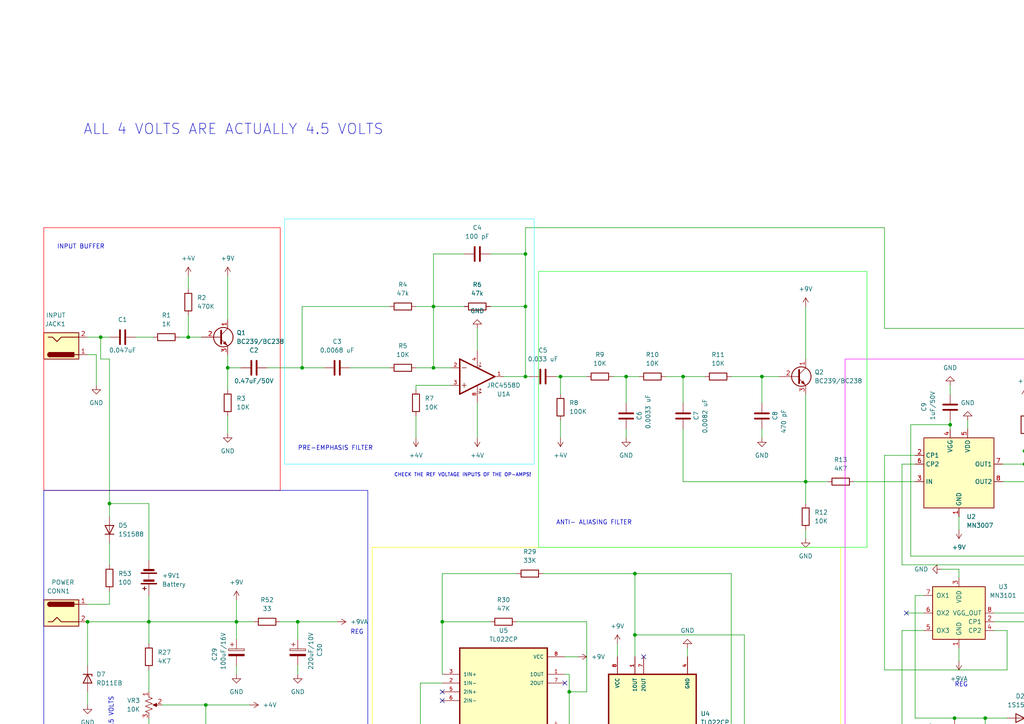
<source format=kicad_sch>
(kicad_sch (version 20230121) (generator eeschema)
  (paper "A4")
  (lib_symbols
    (symbol "2SC945:2SC945" (pin_names (offset 1.016))
      (property "Reference" "Q" (at 2.54 0.508 0))
      (property "Value" "2SC945" (at 2.54 -0.508 0))
      (symbol "2SC945_0_0"
        (pin passive line (at -2.54 0 0) (length 2.54) (name "~") (number "1"))
        (pin passive line (at 2.54 5.08 270) (length 2.54) (name "~") (number "2"))
        (pin passive line (at 2.54 -5.08 90) (length 2.54) (name "~") (number "3"))
      )
    )
    (symbol "2SK30A:2SK30A" (pin_names (offset 1.016))
      (property "Reference" "Q" (at -7.62 4.953 0))
      (property "Value" "2SK30A" (at -7.62 7.62 0))
      (symbol "2SK30A_0_0"
        (text "D" (at 0.635 0.635 0) (effects (font (size 1.524 1.524)) (justify left bottom)))
        (pin passive line (at 5.08 2.54 180) (length 5.08) (name "~") (number "1"))
        (pin passive line (at -5.08 0 0) (length 5.08) (name "~") (number "2"))
        (pin passive line (at 5.08 -2.54 180) (length 5.08) (name "~") (number "3"))
      )
    )
    (symbol "Audio:MN3007"
      (property "Reference" "U" (at -10.16 12.7 0))
      (property "Value" "MN3007" (at 10.16 -12.7 0))
      (symbol "MN3007_1_1"
        (pin power_in line (at 0 -12.7 90) (length 2.54) (name "GND") (number "1"))
        (pin input line (at -12.7 5.08 0) (length 2.54) (name "CP1") (number "2"))
        (pin input line (at -12.7 -2.54 0) (length 2.54) (name "IN") (number "3"))
        (pin power_in line (at -2.54 12.7 270) (length 2.54) (name "VGG") (number "4"))
        (pin power_in line (at 2.54 12.7 270) (length 2.54) (name "VDD") (number "5"))
        (pin input line (at -12.7 2.54 0) (length 2.54) (name "CP2") (number "6"))
        (pin output line (at 12.7 2.54 180) (length 2.54) (name "OUT1") (number "7"))
        (pin output line (at 12.7 -2.54 180) (length 2.54) (name "OUT2") (number "8"))
      )
    )
    (symbol "Connector:Jack-DC" (pin_names (offset 1.016))
      (property "Reference" "J" (at 0 5.334 0))
      (property "Value" "Jack-DC" (at 0 -5.08 0))
      (symbol "Jack-DC_1_1"
        (pin passive line (at 7.62 2.54 180) (length 2.54) (name "~") (number "1"))
        (pin passive line (at 7.62 -2.54 180) (length 2.54) (name "~") (number "2"))
      )
    )
    (symbol "Device:Battery" (pin_numbers hide) (pin_names (offset 0) hide)
      (property "Reference" "BT" (at 2.54 2.54 0))
      (property "Value" "Battery" (at 2.54 0 0))
      (symbol "Battery_1_1"
        (pin passive line (at 0 5.08 270) (length 2.54) (name "+") (number "1"))
        (pin passive line (at 0 -5.08 90) (length 2.54) (name "-") (number "2"))
      )
    )
    (symbol "Device:C" (pin_numbers hide) (pin_names (offset 0.254))
      (property "Reference" "C" (at 0.635 2.54 0))
      (property "Value" "C" (at 0.635 -2.54 0))
      (symbol "C_1_1"
        (pin passive line (at 0 3.81 270) (length 2.794) (name "~") (number "1"))
        (pin passive line (at 0 -3.81 90) (length 2.794) (name "~") (number "2"))
      )
    )
    (symbol "Device:C_Polarized" (pin_numbers hide) (pin_names (offset 0.254))
      (property "Reference" "C" (at 0.635 2.54 0))
      (property "Value" "C_Polarized" (at 0.635 -2.54 0))
      (symbol "C_Polarized_1_1"
        (pin passive line (at 0 3.81 270) (length 2.794) (name "~") (number "1"))
        (pin passive line (at 0 -3.81 90) (length 2.794) (name "~") (number "2"))
      )
    )
    (symbol "Device:D_Zener" (pin_numbers hide) (pin_names (offset 1.016) hide)
      (property "Reference" "D" (at 0 2.54 0))
      (property "Value" "D_Zener" (at 0 -2.54 0))
      (symbol "D_Zener_1_1"
        (pin passive line (at -3.81 0 0) (length 2.54) (name "K") (number "1"))
        (pin passive line (at 3.81 0 180) (length 2.54) (name "A") (number "2"))
      )
    )
    (symbol "Device:LED" (pin_numbers hide) (pin_names (offset 1.016) hide)
      (property "Reference" "D" (at 0 2.54 0))
      (property "Value" "LED" (at 0 -2.54 0))
      (symbol "LED_1_1"
        (pin passive line (at -3.81 0 0) (length 2.54) (name "K") (number "1"))
        (pin passive line (at 3.81 0 180) (length 2.54) (name "A") (number "2"))
      )
    )
    (symbol "Device:R" (pin_numbers hide) (pin_names (offset 0))
      (property "Reference" "R" (at 2.032 0 90))
      (property "Value" "R" (at 0 0 90))
      (symbol "R_1_1"
        (pin passive line (at 0 3.81 270) (length 1.27) (name "~") (number "1"))
        (pin passive line (at 0 -3.81 90) (length 1.27) (name "~") (number "2"))
      )
    )
    (symbol "Device:R_Potentiometer_US" (pin_names (offset 1.016) hide)
      (property "Reference" "RV" (at -4.445 0 90))
      (property "Value" "R_Potentiometer_US" (at -2.54 0 90))
      (symbol "R_Potentiometer_US_1_1"
        (pin passive line (at 0 3.81 270) (length 1.27) (name "1") (number "1"))
        (pin passive line (at 3.81 0 180) (length 1.27) (name "2") (number "2"))
        (pin passive line (at 0 -3.81 90) (length 1.27) (name "3") (number "3"))
      )
    )
    (symbol "Diode:1SS355VM" (pin_numbers hide) (pin_names hide)
      (property "Reference" "D" (at 0 2.54 0))
      (property "Value" "1SS355VM" (at 0 -2.54 0))
      (symbol "1SS355VM_1_1"
        (pin passive line (at -3.81 0 0) (length 2.54) (name "K") (number "1"))
        (pin passive line (at 3.81 0 180) (length 2.54) (name "A") (number "2"))
      )
    )
    (symbol "JRC4558D:JRC4558D" (pin_names (offset 1.016))
      (property "Reference" "U" (at 2.54 3.175 0))
      (property "Value" "JRC4558D" (at 2.54 -5.08 0))
      (symbol "JRC4558D_1_0"
        (text "V+" (at 1.27 3.175 900) (effects (font (size 0.8128 0.8128)) (justify left bottom)))
        (text "V-" (at 1.27 -4.445 900) (effects (font (size 0.8128 0.8128)) (justify left bottom)))
        (pin output line (at 7.62 0 180) (length 2.54) (name "~") (number "1"))
        (pin input line (at -7.62 -2.54 0) (length 2.54) (name "~") (number "2"))
        (pin input line (at -7.62 2.54 0) (length 2.54) (name "~") (number "3"))
        (pin power_in line (at 0 -7.62 90) (length 5.08) (name "~") (number "4"))
        (pin power_in line (at 0 7.62 270) (length 5.08) (name "~") (number "8"))
      )
      (symbol "JRC4558D_2_0"
        (pin input line (at -7.62 2.54 0) (length 2.54) (name "~") (number "5"))
        (pin input line (at -7.62 -2.54 0) (length 2.54) (name "~") (number "6"))
        (pin output line (at 7.62 0 180) (length 2.54) (name "~") (number "7"))
      )
    )
    (symbol "Switch:SW_Push" (pin_numbers hide) (pin_names (offset 1.016) hide)
      (property "Reference" "SW" (at 1.27 2.54 0))
      (property "Value" "SW_Push" (at 0 -1.524 0))
      (symbol "SW_Push_0_1"
        (pin passive line (at -5.08 0 0) (length 2.54) (name "1") (number "1"))
        (pin passive line (at 5.08 0 180) (length 2.54) (name "2") (number "2"))
      )
    )
    (symbol "TL022CP:TL022CP" (pin_names (offset 1.016))
      (property "Reference" "U" (at -12.7 13.7 0))
      (property "Value" "TL022CP" (at -12.7 -16.7 0))
      (symbol "TL022CP_0_0"
        (pin output line (at 17.78 5.08 180) (length 5.08) (name "1OUT") (number "1"))
        (pin input line (at -17.78 2.54 0) (length 5.08) (name "1IN-") (number "2"))
        (pin input line (at -17.78 5.08 0) (length 5.08) (name "1IN+") (number "3"))
        (pin power_in line (at 17.78 -10.16 180) (length 5.08) (name "GND") (number "4"))
        (pin input line (at -17.78 0 0) (length 5.08) (name "2IN+") (number "5"))
        (pin input line (at -17.78 -2.54 0) (length 5.08) (name "2IN-") (number "6"))
        (pin output line (at 17.78 2.54 180) (length 5.08) (name "2OUT") (number "7"))
        (pin power_in line (at 17.78 10.16 180) (length 5.08) (name "VCC") (number "8"))
      )
    )
    (symbol "Timer:MN3101" (pin_names (offset 1.016))
      (property "Reference" "U" (at -7.62 8.89 0))
      (property "Value" "MN3101" (at 5.08 8.89 0))
      (symbol "MN3101_1_1"
        (pin power_in line (at 0 -10.16 90) (length 2.54) (name "GND") (number "1"))
        (pin output line (at 10.16 -2.54 180) (length 2.54) (name "CP1") (number "2"))
        (pin power_in line (at 0 10.16 270) (length 2.54) (name "VDD") (number "3"))
        (pin output line (at 10.16 -5.08 180) (length 2.54) (name "CP2") (number "4"))
        (pin input line (at -10.16 -5.08 0) (length 2.54) (name "OX3") (number "5"))
        (pin input line (at -10.16 0 0) (length 2.54) (name "OX2") (number "6"))
        (pin input line (at -10.16 5.08 0) (length 2.54) (name "OX1") (number "7"))
        (pin power_out line (at 10.16 0 180) (length 2.54) (name "VGG_OUT") (number "8"))
      )
    )
    (symbol "Transistor_BJT:BC237" (pin_names (offset 0) hide)
      (property "Reference" "Q" (at 5.08 1.905 0))
      (property "Value" "BC237" (at 5.08 0 0))
      (symbol "BC237_1_1"
        (pin passive line (at 2.54 5.08 270) (length 2.54) (name "C") (number "1"))
        (pin input line (at -5.08 0 0) (length 5.08) (name "B") (number "2"))
        (pin passive line (at 2.54 -5.08 90) (length 2.54) (name "E") (number "3"))
      )
    )
    (symbol "power:+4V" (power) (pin_names (offset 0))
      (property "Value" "+4V" (at 0 3.556 0))
      (symbol "+4V_1_1"
        (pin power_in line (at 0 0 90) (length 0) hide (name "+4V") (number "1"))
      )
    )
    (symbol "power:+9V" (power) (pin_names (offset 0))
      (property "Value" "+9V" (at 0 3.556 0))
      (symbol "+9V_1_1"
        (pin power_in line (at 0 0 90) (length 0) hide (name "+9V") (number "1"))
      )
    )
    (symbol "power:+9VA" (power) (pin_names (offset 0))
      (property "Value" "+9VA" (at 0 3.81 0))
      (symbol "+9VA_1_1"
        (pin power_in line (at 0 0 90) (length 0) hide (name "+9VA") (number "1"))
      )
    )
    (symbol "power:GND" (power) (pin_names (offset 0))
      (property "Value" "GND" (at 0 -3.81 0))
      (symbol "GND_1_1"
        (pin power_in line (at 0 0 270) (length 0) hide (name "GND") (number "1"))
      )
    )
    (symbol "power:PWR_FLAG" (power) (pin_numbers hide) (pin_names (offset 0) hide)
      (property "Value" "PWR_FLAG" (at 0 3.81 0))
      (symbol "PWR_FLAG_0_0"
        (pin power_out line (at 0 0 90) (length 0) (name "pwr") (number "1"))
      )
    )
  )
  (junction (at 181.61 109.22))
  (junction (at 125.73 88.9))
  (junction (at 458.47 238.76))
  (junction (at 59.69 204.47))
  (junction (at 25.4 180.34))
  (junction (at 459.74 95.25))
  (junction (at 391.16 130.81))
  (junction (at 481.33 224.79))
  (junction (at 152.4 73.66))
  (junction (at 430.53 238.76))
  (junction (at 459.74 111.76))
  (junction (at 184.15 166.37))
  (junction (at 519.43 147.32))
  (junction (at 487.68 111.76))
  (junction (at 370.84 130.81))
  (junction (at 125.73 106.68))
  (junction (at 459.74 125.73))
  (junction (at 198.12 109.22))
  (junction (at 487.68 147.32))
  (junction (at 86.36 180.34))
  (junction (at 184.15 251.46))
  (junction (at 466.09 224.79))
  (junction (at 448.31 180.34))
  (junction (at 121.92 251.46))
  (junction (at 152.4 88.9))
  (junction (at 402.59 156.21))
  (junction (at 237.49 246.38))
  (junction (at 68.58 180.34))
  (junction (at 285.75 208.28))
  (junction (at 454.66 224.79))
  (junction (at 435.61 223.52))
  (junction (at 184.15 184.15))
  (junction (at 444.5 266.7))
  (junction (at 273.05 273.05))
  (junction (at 419.1 224.79))
  (junction (at 466.09 279.4))
  (junction (at 354.33 130.81))
  (junction (at 276.86 208.28))
  (junction (at 54.61 97.79))
  (junction (at 436.88 238.76))
  (junction (at 165.1 251.46))
  (junction (at 276.86 215.9))
  (junction (at 312.42 208.28))
  (junction (at 186.69 231.14))
  (junction (at 256.54 273.05))
  (junction (at 275.59 123.19))
  (junction (at 334.01 130.81))
  (junction (at 31.75 146.05))
  (junction (at 87.63 106.68))
  (junction (at 459.74 144.78))
  (junction (at 425.45 156.21))
  (junction (at 487.68 125.73))
  (junction (at 447.04 222.25))
  (junction (at 165.1 200.66))
  (junction (at 450.85 238.76))
  (junction (at 152.4 109.22))
  (junction (at 128.27 180.34))
  (junction (at 233.68 139.7))
  (junction (at 403.86 292.1))
  (junction (at 297.18 130.81))
  (junction (at 29.21 97.79))
  (junction (at 220.98 109.22))
  (junction (at 66.04 106.68))
  (junction (at 162.56 109.22))
  (junction (at 43.18 180.34))
  (junction (at 427.99 224.79))
  (junction (at 297.18 134.62))
  (no_connect (at 186.69 190.5))
  (no_connect (at 163.83 198.12))
  (no_connect (at 128.27 200.66))
  (no_connect (at 262.89 177.8))
  (no_connect (at 128.27 203.2))
  (no_connect (at 189.23 226.06))
  (no_connect (at 191.77 226.06))
  (wire (pts (xy 520.7 273.05) (xy 520.7 279.4)))
  (wire (pts (xy 297.18 130.81) (xy 321.31 130.81)))
  (wire (pts (xy 198.12 139.7) (xy 233.68 139.7)))
  (wire (pts (xy 312.42 208.28) (xy 299.72 208.28)))
  (wire (pts (xy 459.74 111.76) (xy 466.09 111.76)))
  (wire (pts (xy 403.86 289.56) (xy 403.86 292.1)))
  (wire (pts (xy 165.1 228.6) (xy 165.1 200.66)))
  (wire (pts (xy 125.73 88.9) (xy 125.73 106.68)))
  (wire (pts (xy 177.8 109.22) (xy 181.61 109.22)))
  (wire (pts (xy 370.84 156.21) (xy 402.59 156.21)))
  (wire (pts (xy 267.97 172.72) (xy 265.43 172.72)))
  (wire (pts (xy 384.81 130.81) (xy 391.16 130.81)))
  (wire (pts (xy 436.88 238.76) (xy 430.53 238.76)))
  (wire (pts (xy 425.45 156.21) (xy 425.45 158.75)))
  (wire (pts (xy 275.59 121.92) (xy 275.59 123.19)))
  (wire (pts (xy 162.56 121.92) (xy 162.56 127)))
  (wire (pts (xy 27.94 102.87) (xy 27.94 111.76)))
  (wire (pts (xy 278.13 149.86) (xy 278.13 153.67)))
  (wire (pts (xy 215.9 251.46) (xy 184.15 251.46)))
  (wire (pts (xy 87.63 88.9) (xy 87.63 106.68)))
  (wire (pts (xy 419.1 224.79) (xy 427.99 224.79)))
  (wire (pts (xy 354.33 130.81) (xy 358.14 130.81)))
  (wire (pts (xy 121.92 198.12) (xy 121.92 251.46)))
  (wire (pts (xy 86.36 193.04) (xy 86.36 195.58)))
  (wire (pts (xy 222.25 246.38) (xy 223.52 246.38)))
  (wire (pts (xy 233.68 153.67) (xy 233.68 156.21)))
  (wire (pts (xy 403.86 307.34) (xy 403.86 309.88)))
  (wire (pts (xy 152.4 109.22) (xy 153.67 109.22)))
  (wire (pts (xy 278.13 165.1) (xy 278.13 167.64)))
  (wire (pts (xy 222.25 229.87) (xy 222.25 246.38)))
  (wire (pts (xy 261.62 163.83) (xy 297.18 163.83)))
  (wire (pts (xy 448.31 189.23) (xy 448.31 194.31)))
  (wire (pts (xy 43.18 224.79) (xy 43.18 229.87)))
  (wire (pts (xy 128.27 195.58) (xy 128.27 180.34)))
  (wire (pts (xy 269.24 273.05) (xy 273.05 273.05)))
  (wire (pts (xy 247.65 139.7) (xy 265.43 139.7)))
  (wire (pts (xy 116.84 251.46) (xy 121.92 251.46)))
  (wire (pts (xy 212.09 166.37) (xy 184.15 166.37)))
  (wire (pts (xy 163.83 218.44) (xy 163.83 210.82)))
  (wire (pts (xy 278.13 187.96) (xy 278.13 191.77)))
  (wire (pts (xy 273.05 254) (xy 273.05 260.35)))
  (wire (pts (xy 292.1 194.31) (xy 292.1 182.88)))
  (wire (pts (xy 425.45 166.37) (xy 425.45 168.91)))
  (wire (pts (xy 394.97 130.81) (xy 391.16 130.81)))
  (wire (pts (xy 215.9 251.46) (xy 215.9 233.68)))
  (wire (pts (xy 186.69 242.57) (xy 168.91 242.57)))
  (wire (pts (xy 280.67 121.92) (xy 280.67 124.46)))
  (wire (pts (xy 25.4 97.79) (xy 29.21 97.79)))
  (wire (pts (xy 297.18 180.34) (xy 288.29 180.34)))
  (wire (pts (xy 436.88 264.16) (xy 436.88 266.7)))
  (wire (pts (xy 297.18 163.83) (xy 297.18 180.34)))
  (wire (pts (xy 165.1 248.92) (xy 165.1 251.46)))
  (wire (pts (xy 256.54 262.89) (xy 256.54 273.05)))
  (wire (pts (xy 261.62 273.05) (xy 256.54 273.05)))
  (wire (pts (xy 184.15 184.15) (xy 215.9 184.15)))
  (wire (pts (xy 459.74 149.86) (xy 462.28 149.86)))
  (wire (pts (xy 142.24 88.9) (xy 152.4 88.9)))
  (wire (pts (xy 402.59 166.37) (xy 402.59 168.91)))
  (wire (pts (xy 285.75 208.28) (xy 292.1 208.28)))
  (wire (pts (xy 264.16 123.19) (xy 275.59 123.19)))
  (wire (pts (xy 54.61 80.01) (xy 54.61 83.82)))
  (wire (pts (xy 448.31 180.34) (xy 448.31 181.61)))
  (wire (pts (xy 220.98 124.46) (xy 220.98 127)))
  (wire (pts (xy 292.1 182.88) (xy 288.29 182.88)))
  (wire (pts (xy 439.42 156.21) (xy 445.77 156.21)))
  (wire (pts (xy 444.5 266.7) (xy 444.5 292.1)))
  (wire (pts (xy 120.65 106.68) (xy 125.73 106.68)))
  (wire (pts (xy 219.71 229.87) (xy 222.25 229.87)))
  (wire (pts (xy 520.7 218.44) (xy 520.7 223.52)))
  (wire (pts (xy 110.49 294.64) (xy 110.49 303.53)))
  (wire (pts (xy 391.16 146.05) (xy 391.16 149.86)))
  (wire (pts (xy 466.09 180.34) (xy 481.33 180.34)))
  (wire (pts (xy 261.62 182.88) (xy 261.62 215.9)))
  (wire (pts (xy 487.68 147.32) (xy 487.68 125.73)))
  (wire (pts (xy 439.42 222.25) (xy 439.42 238.76)))
  (wire (pts (xy 312.42 208.28) (xy 312.42 210.82)))
  (wire (pts (xy 435.61 219.71) (xy 435.61 223.52)))
  (wire (pts (xy 152.4 66.04) (xy 152.4 73.66)))
  (wire (pts (xy 25.4 102.87) (xy 27.94 102.87)))
  (wire (pts (xy 101.6 106.68) (xy 113.03 106.68)))
  (wire (pts (xy 488.95 267.97) (xy 481.33 267.97)))
  (wire (pts (xy 419.1 243.84) (xy 419.1 279.4)))
  (wire (pts (xy 391.16 130.81) (xy 391.16 138.43)))
  (wire (pts (xy 419.1 224.79) (xy 419.1 233.68)))
  (wire (pts (xy 450.85 266.7) (xy 450.85 264.16)))
  (wire (pts (xy 472.44 95.25) (xy 480.06 95.25)))
  (wire (pts (xy 29.21 97.79) (xy 31.75 97.79)))
  (wire (pts (xy 412.75 95.25) (xy 459.74 95.25)))
  (wire (pts (xy 199.39 187.96) (xy 199.39 190.5)))
  (wire (pts (xy 290.83 139.7) (xy 297.18 139.7)))
  (wire (pts (xy 43.18 162.56) (xy 43.18 146.05)))
  (wire (pts (xy 386.08 292.1) (xy 389.89 292.1)))
  (wire (pts (xy 519.43 147.32) (xy 535.94 147.32)))
  (wire (pts (xy 134.62 294.64) (xy 134.62 299.72)))
  (wire (pts (xy 435.61 223.52) (xy 435.61 228.6)))
  (wire (pts (xy 31.75 146.05) (xy 31.75 104.14)))
  (wire (pts (xy 179.07 186.69) (xy 179.07 190.5)))
  (wire (pts (xy 354.33 146.05) (xy 354.33 152.4)))
  (wire (pts (xy 231.14 246.38) (xy 237.49 246.38)))
  (wire (pts (xy 54.61 97.79) (xy 58.42 97.79)))
  (wire (pts (xy 215.9 184.15) (xy 215.9 226.06)))
  (wire (pts (xy 430.53 256.54) (xy 430.53 274.32)))
  (wire (pts (xy 149.86 180.34) (xy 170.18 180.34)))
  (wire (pts (xy 66.04 102.87) (xy 66.04 106.68)))
  (wire (pts (xy 276.86 208.28) (xy 285.75 208.28)))
  (wire (pts (xy 29.21 104.14) (xy 29.21 97.79)))
  (wire (pts (xy 68.58 185.42) (xy 68.58 180.34)))
  (wire (pts (xy 165.1 236.22) (xy 165.1 241.3)))
  (wire (pts (xy 237.49 246.38) (xy 237.49 257.81)))
  (wire (pts (xy 447.04 219.71) (xy 447.04 222.25)))
  (wire (pts (xy 256.54 66.04) (xy 152.4 66.04)))
  (wire (pts (xy 477.52 147.32) (xy 487.68 147.32)))
  (wire (pts (xy 444.5 238.76) (xy 450.85 238.76)))
  (wire (pts (xy 458.47 238.76) (xy 461.01 238.76)))
  (wire (pts (xy 31.75 175.26) (xy 31.75 171.45)))
  (wire (pts (xy 476.25 125.73) (xy 487.68 125.73)))
  (wire (pts (xy 365.76 130.81) (xy 370.84 130.81)))
  (wire (pts (xy 466.09 279.4) (xy 466.09 243.84)))
  (wire (pts (xy 267.97 182.88) (xy 261.62 182.88)))
  (wire (pts (xy 113.03 88.9) (xy 87.63 88.9)))
  (wire (pts (xy 237.49 265.43) (xy 237.49 274.32)))
  (wire (pts (xy 514.35 147.32) (xy 519.43 147.32)))
  (wire (pts (xy 466.09 293.37) (xy 466.09 299.72)))
  (wire (pts (xy 128.27 198.12) (xy 121.92 198.12)))
  (wire (pts (xy 256.54 233.68) (xy 256.54 241.3)))
  (wire (pts (xy 459.74 144.78) (xy 462.28 144.78)))
  (wire (pts (xy 256.54 251.46) (xy 256.54 255.27)))
  (wire (pts (xy 448.31 180.34) (xy 458.47 180.34)))
  (wire (pts (xy 87.63 106.68) (xy 93.98 106.68)))
  (wire (pts (xy 128.27 180.34) (xy 142.24 180.34)))
  (wire (pts (xy 520.7 255.27) (xy 520.7 262.89)))
  (wire (pts (xy 128.27 166.37) (xy 128.27 180.34)))
  (wire (pts (xy 419.1 279.4) (xy 466.09 279.4)))
  (wire (pts (xy 68.58 173.99) (xy 68.58 180.34)))
  (wire (pts (xy 68.58 180.34) (xy 73.66 180.34)))
  (wire (pts (xy 304.8 161.29) (xy 264.16 161.29)))
  (wire (pts (xy 273.05 165.1) (xy 278.13 165.1)))
  (wire (pts (xy 39.37 97.79) (xy 44.45 97.79)))
  (wire (pts (xy 519.43 157.48) (xy 519.43 147.32)))
  (wire (pts (xy 459.74 154.94) (xy 459.74 149.86)))
  (wire (pts (xy 487.68 111.76) (xy 487.68 95.25)))
  (wire (pts (xy 427.99 224.79) (xy 427.99 228.6)))
  (wire (pts (xy 520.7 243.84) (xy 520.7 247.65)))
  (wire (pts (xy 370.84 130.81) (xy 377.19 130.81)))
  (wire (pts (xy 458.47 256.54) (xy 458.47 274.32)))
  (wire (pts (xy 233.68 114.3) (xy 233.68 139.7)))
  (wire (pts (xy 496.57 267.97) (xy 501.65 267.97)))
  (wire (pts (xy 170.18 180.34) (xy 170.18 200.66)))
  (wire (pts (xy 186.69 231.14) (xy 186.69 234.95)))
  (wire (pts (xy 405.13 95.25) (xy 256.54 95.25)))
  (wire (pts (xy 125.73 106.68) (xy 130.81 106.68)))
  (wire (pts (xy 435.61 223.52) (xy 444.5 223.52)))
  (wire (pts (xy 454.66 219.71) (xy 454.66 224.79)))
  (wire (pts (xy 459.74 95.25) (xy 459.74 111.76)))
  (wire (pts (xy 444.5 292.1) (xy 403.86 292.1)))
  (wire (pts (xy 199.39 223.52) (xy 212.09 223.52)))
  (wire (pts (xy 81.28 180.34) (xy 86.36 180.34)))
  (wire (pts (xy 448.31 166.37) (xy 448.31 170.18)))
  (wire (pts (xy 149.86 166.37) (xy 128.27 166.37)))
  (wire (pts (xy 157.48 166.37) (xy 184.15 166.37)))
  (wire (pts (xy 43.18 172.72) (xy 43.18 180.34)))
  (wire (pts (xy 59.69 204.47) (xy 59.69 217.17)))
  (wire (pts (xy 288.29 177.8) (xy 304.8 177.8)))
  (wire (pts (xy 450.85 238.76) (xy 458.47 238.76)))
  (wire (pts (xy 43.18 180.34) (xy 43.18 186.69)))
  (wire (pts (xy 25.4 180.34) (xy 43.18 180.34)))
  (wire (pts (xy 312.42 220.98) (xy 312.42 226.06)))
  (wire (pts (xy 273.05 267.97) (xy 273.05 273.05)))
  (wire (pts (xy 424.18 238.76) (xy 430.53 238.76)))
  (wire (pts (xy 297.18 115.57) (xy 297.18 119.38)))
  (wire (pts (xy 273.05 273.05) (xy 285.75 273.05)))
  (wire (pts (xy 533.4 165.1) (xy 533.4 152.4)))
  (wire (pts (xy 334.01 143.51) (xy 334.01 147.32)))
  (wire (pts (xy 466.09 279.4) (xy 466.09 285.75)))
  (wire (pts (xy 419.1 205.74) (xy 419.1 212.09)))
  (wire (pts (xy 459.74 111.76) (xy 459.74 125.73)))
  (wire (pts (xy 487.68 147.32) (xy 491.49 147.32)))
  (wire (pts (xy 120.65 111.76) (xy 120.65 113.03)))
  (wire (pts (xy 170.18 200.66) (xy 165.1 200.66)))
  (wire (pts (xy 120.65 120.65) (xy 120.65 127)))
  (wire (pts (xy 454.66 224.79) (xy 466.09 224.79)))
  (wire (pts (xy 212.09 223.52) (xy 212.09 166.37)))
  (wire (pts (xy 186.69 231.14) (xy 186.69 226.06)))
  (wire (pts (xy 304.8 177.8) (xy 304.8 161.29)))
  (wire (pts (xy 354.33 130.81) (xy 354.33 138.43)))
  (wire (pts (xy 454.66 224.79) (xy 454.66 228.6)))
  (wire (pts (xy 25.4 180.34) (xy 25.4 193.04)))
  (wire (pts (xy 163.83 190.5) (xy 167.64 190.5)))
  (wire (pts (xy 261.62 215.9) (xy 276.86 215.9)))
  (wire (pts (xy 125.73 88.9) (xy 134.62 88.9)))
  (wire (pts (xy 66.04 80.01) (xy 66.04 92.71)))
  (wire (pts (xy 370.84 146.05) (xy 370.84 156.21)))
  (wire (pts (xy 220.98 109.22) (xy 226.06 109.22)))
  (wire (pts (xy 297.18 139.7) (xy 297.18 134.62)))
  (wire (pts (xy 466.09 205.74) (xy 466.09 212.09)))
  (wire (pts (xy 459.74 125.73) (xy 468.63 125.73)))
  (wire (pts (xy 261.62 134.62) (xy 265.43 134.62)))
  (wire (pts (xy 436.88 238.76) (xy 439.42 238.76)))
  (wire (pts (xy 165.1 195.58) (xy 163.83 195.58)))
  (wire (pts (xy 152.4 109.22) (xy 152.4 88.9)))
  (wire (pts (xy 233.68 88.9) (xy 233.68 104.14)))
  (wire (pts (xy 509.27 267.97) (xy 515.62 267.97)))
  (wire (pts (xy 138.43 116.84) (xy 138.43 127)))
  (wire (pts (xy 262.89 177.8) (xy 267.97 177.8)))
  (wire (pts (xy 165.1 251.46) (xy 184.15 251.46)))
  (wire (pts (xy 533.4 152.4) (xy 535.94 152.4)))
  (wire (pts (xy 403.86 278.13) (xy 403.86 281.94)))
  (wire (pts (xy 481.33 267.97) (xy 481.33 224.79)))
  (wire (pts (xy 256.54 273.05) (xy 256.54 283.21)))
  (wire (pts (xy 142.24 73.66) (xy 152.4 73.66)))
  (wire (pts (xy 275.59 123.19) (xy 275.59 124.46)))
  (wire (pts (xy 220.98 116.84) (xy 220.98 109.22)))
  (wire (pts (xy 125.73 73.66) (xy 125.73 88.9)))
  (wire (pts (xy 121.92 294.64) (xy 121.92 302.26)))
  (wire (pts (xy 447.04 222.25) (xy 447.04 228.6)))
  (wire (pts (xy 31.75 149.86) (xy 31.75 146.05)))
  (wire (pts (xy 59.69 224.79) (xy 59.69 229.87)))
  (wire (pts (xy 162.56 109.22) (xy 162.56 114.3)))
  (wire (pts (xy 161.29 109.22) (xy 162.56 109.22)))
  (wire (pts (xy 25.4 175.26) (xy 31.75 175.26)))
  (wire (pts (xy 436.88 238.76) (xy 436.88 256.54)))
  (wire (pts (xy 499.11 147.32) (xy 506.73 147.32)))
  (wire (pts (xy 198.12 109.22) (xy 198.12 116.84)))
  (wire (pts (xy 466.09 224.79) (xy 481.33 224.79)))
  (wire (pts (xy 430.53 238.76) (xy 430.53 248.92)))
  (wire (pts (xy 181.61 109.22) (xy 185.42 109.22)))
  (wire (pts (xy 77.47 106.68) (xy 87.63 106.68)))
  (wire (pts (xy 199.39 231.14) (xy 199.39 223.52)))
  (wire (pts (xy 312.42 191.77) (xy 312.42 198.12)))
  (wire (pts (xy 66.04 120.65) (xy 66.04 125.73)))
  (wire (pts (xy 256.54 194.31) (xy 292.1 194.31)))
  (wire (pts (xy 256.54 95.25) (xy 256.54 66.04)))
  (wire (pts (xy 299.72 215.9) (xy 307.34 215.9)))
  (wire (pts (xy 444.5 266.7) (xy 450.85 266.7)))
  (wire (pts (xy 198.12 124.46) (xy 198.12 139.7)))
  (wire (pts (xy 261.62 134.62) (xy 261.62 163.83)))
  (wire (pts (xy 31.75 104.14) (xy 29.21 104.14)))
  (wire (pts (xy 163.83 218.44) (xy 160.02 218.44)))
  (wire (pts (xy 487.68 125.73) (xy 487.68 111.76)))
  (wire (pts (xy 152.4 88.9) (xy 152.4 73.66)))
  (wire (pts (xy 52.07 97.79) (xy 54.61 97.79)))
  (wire (pts (xy 120.65 88.9) (xy 125.73 88.9)))
  (wire (pts (xy 397.51 292.1) (xy 403.86 292.1)))
  (wire (pts (xy 31.75 157.48) (xy 31.75 163.83)))
  (wire (pts (xy 297.18 130.81) (xy 297.18 127)))
  (wire (pts (xy 290.83 134.62) (xy 297.18 134.62)))
  (wire (pts (xy 121.92 251.46) (xy 165.1 251.46)))
  (wire (pts (xy 402.59 156.21) (xy 402.59 158.75)))
  (wire (pts (xy 481.33 180.34) (xy 481.33 224.79)))
  (wire (pts (xy 54.61 91.44) (xy 54.61 97.79)))
  (wire (pts (xy 43.18 194.31) (xy 43.18 200.66)))
  (wire (pts (xy 86.36 180.34) (xy 97.79 180.34)))
  (wire (pts (xy 403.86 292.1) (xy 403.86 299.72)))
  (wire (pts (xy 349.25 130.81) (xy 354.33 130.81)))
  (wire (pts (xy 473.71 111.76) (xy 487.68 111.76)))
  (wire (pts (xy 370.84 130.81) (xy 370.84 138.43)))
  (wire (pts (xy 285.75 208.28) (xy 285.75 273.05)))
  (wire (pts (xy 450.85 238.76) (xy 450.85 256.54)))
  (wire (pts (xy 264.16 161.29) (xy 264.16 123.19)))
  (wire (pts (xy 256.54 290.83) (xy 256.54 295.91)))
  (wire (pts (xy 66.04 113.03) (xy 66.04 106.68)))
  (wire (pts (xy 184.15 166.37) (xy 184.15 184.15)))
  (wire (pts (xy 402.59 156.21) (xy 412.75 156.21)))
  (wire (pts (xy 134.62 73.66) (xy 125.73 73.66)))
  (wire (pts (xy 68.58 180.34) (xy 43.18 180.34)))
  (wire (pts (xy 138.43 95.25) (xy 138.43 101.6)))
  (wire (pts (xy 427.99 219.71) (xy 427.99 224.79)))
  (wire (pts (xy 265.43 132.08) (xy 256.54 132.08)))
  (wire (pts (xy 265.43 208.28) (xy 276.86 208.28)))
  (wire (pts (xy 402.59 118.11) (xy 402.59 125.73)))
  (wire (pts (xy 436.88 266.7) (xy 444.5 266.7)))
  (wire (pts (xy 265.43 172.72) (xy 265.43 208.28)))
  (wire (pts (xy 297.18 134.62) (xy 297.18 130.81)))
  (wire (pts (xy 120.65 111.76) (xy 130.81 111.76)))
  (wire (pts (xy 386.08 293.37) (xy 386.08 292.1)))
  (wire (pts (xy 519.43 165.1) (xy 519.43 170.18)))
  (wire (pts (xy 447.04 222.25) (xy 439.42 222.25)))
  (wire (pts (xy 312.42 205.74) (xy 312.42 208.28)))
  (wire (pts (xy 181.61 124.46) (xy 181.61 127)))
  (wire (pts (xy 334.01 130.81) (xy 334.01 135.89)))
  (wire (pts (xy 25.4 200.66) (xy 25.4 204.47)))
  (wire (pts (xy 459.74 95.25) (xy 464.82 95.25)))
  (wire (pts (xy 520.7 231.14) (xy 520.7 236.22)))
  (wire (pts (xy 233.68 139.7) (xy 233.68 146.05)))
  (wire (pts (xy 425.45 156.21) (xy 431.8 156.21)))
  (wire (pts (xy 328.93 130.81) (xy 334.01 130.81)))
  (wire (pts (xy 233.68 139.7) (xy 240.03 139.7)))
  (wire (pts (xy 444.5 223.52) (xy 444.5 238.76)))
  (wire (pts (xy 466.09 224.79) (xy 466.09 233.68)))
  (wire (pts (xy 334.01 130.81) (xy 341.63 130.81)))
  (wire (pts (xy 168.91 242.57) (xy 168.91 232.41)))
  (wire (pts (xy 184.15 190.5) (xy 184.15 184.15)))
  (wire (pts (xy 86.36 185.42) (xy 86.36 180.34)))
  (wire (pts (xy 198.12 109.22) (xy 204.47 109.22)))
  (wire (pts (xy 458.47 238.76) (xy 458.47 248.92)))
  (wire (pts (xy 256.54 132.08) (xy 256.54 194.31)))
  (wire (pts (xy 450.85 156.21) (xy 450.85 144.78)))
  (wire (pts (xy 448.31 177.8) (xy 448.31 180.34)))
  (wire (pts (xy 46.99 204.47) (xy 59.69 204.47)))
  (wire (pts (xy 162.56 109.22) (xy 170.18 109.22)))
  (wire (pts (xy 165.1 200.66) (xy 165.1 195.58)))
  (wire (pts (xy 59.69 204.47) (xy 72.39 204.47)))
  (wire (pts (xy 276.86 215.9) (xy 292.1 215.9)))
  (wire (pts (xy 220.98 109.22) (xy 212.09 109.22)))
  (wire (pts (xy 419.1 219.71) (xy 419.1 224.79)))
  (wire (pts (xy 68.58 193.04) (xy 68.58 195.58)))
  (wire (pts (xy 181.61 109.22) (xy 181.61 116.84)))
  (wire (pts (xy 402.59 156.21) (xy 402.59 135.89)))
  (wire (pts (xy 466.09 224.79) (xy 466.09 219.71)))
  (wire (pts (xy 146.05 109.22) (xy 152.4 109.22)))
  (wire (pts (xy 275.59 111.76) (xy 275.59 114.3)))
  (wire (pts (xy 386.08 303.53) (xy 386.08 308.61)))
  (wire (pts (xy 459.74 125.73) (xy 459.74 144.78)))
  (wire (pts (xy 184.15 226.06) (xy 184.15 251.46)))
  (wire (pts (xy 420.37 156.21) (xy 425.45 156.21)))
  (wire (pts (xy 193.04 109.22) (xy 198.12 109.22)))
  (wire (pts (xy 191.77 231.14) (xy 186.69 231.14)))
  (wire (pts (xy 43.18 208.28) (xy 43.18 217.17)))
  (wire (pts (xy 450.85 144.78) (xy 459.74 144.78)))
  (wire (pts (xy 237.49 246.38) (xy 251.46 246.38)))
  (wire (pts (xy 43.18 146.05) (xy 31.75 146.05)))
  (wire (pts (xy 66.04 106.68) (xy 69.85 106.68)))
  (rectangle (start 12.7 142.24) (end 106.68 240.03))
  (rectangle (start 452.12 81.28) (end 552.45 157.48) (stroke (width 0) (color 255 15 8 1)))
  (rectangle (start 12.7 66.04) (end 81.28 142.24) (stroke (width 0) (color 255 0 8 1)))
  (rectangle (start 154.94 128.27) (end 154.94 128.27))
  (rectangle (start 243.84 228.6) (end 293.37 284.48) (stroke (width 0) (color 255 254 13 1)))
  (rectangle (start 245.11 104.14) (end 321.31 228.6) (stroke (width 0) (color 247 0 255 1)))
  (rectangle (start 82.55 63.5) (end 154.94 134.62) (stroke (width 0) (color 75 242 255 1)))
  (rectangle (start 107.95 158.75) (end 243.84 284.48) (stroke (width 0) (color 254 255 19 1)))
  (rectangle (start 223.52 281.94) (end 236.22 281.94))
  (rectangle (start 156.21 78.74) (end 251.46 158.75) (stroke (width 0) (color 20 255 38 1)))
  (text_box "JFET-SWITCHING\n" (at 379.73 176.53 0) (size 157.48 135.89) (stroke (width 0) (color 48 93 255 1)) (effects (font (size 1.27 1.27)) (justify left top)))
  (text_box "RECONSTRUCTION FILTER\n" (at 322.58 105.41 0) (size 120.65 69.85) (stroke (width 0) (color 255 123 10 1)) (effects (font (size 1.27 1.27)) (justify left top)))
  (text "REG" (at 255.27 231.14 0) (effects (font (size 1.27 1.27)) (justify left bottom)))
  (text "POTANTIOMETER TO ADJUST 4.5 VOLTS \n" (at 33.02 238.76 90) (effects (font (size 1.27 1.27)) (justify left bottom)))
  (text "ANTI- ALIASING FILTER\n" (at 161.29 152.4 0) (effects (font (size 1.27 1.27)) (justify left bottom)))
  (text "ALL 4 VOLTS ARE ACTUALLY 4.5 VOLTS\n" (at 24.13 39.37 0) (effects (font (size 3 3)) (justify left bottom)))
  (text "DE-EMPHASIS FILTER\n" (at 515.62 95.25 0) (effects (font (size 1.27 1.27)) (justify left bottom)))
  (text "BUCKET-BRIGADE DEVICE\n" (at 254 222.25 0) (effects (font (size 1.27 1.27)) (justify left bottom)))
  (text "PRE-EMPHASIS FILTER\n" (at 86.36 130.81 0) (effects (font (size 1.27 1.27)) (justify left bottom)))
  (text "Boss-CE2 Chorus Pedal Circuit Schematic\n" (at 483.87 400.05 0) (effects (font (size 1.27 1.27)) (justify left bottom)))
  (text "REG" (at 271.78 251.46 0) (effects (font (size 1.27 1.27)) (justify left bottom)))
  (text "INPUT BUFFER\n" (at 16.51 72.39 0) (effects (font (size 1.27 1.27)) (justify left bottom)))
  (text "???" (at 524.51 149.86 0) (effects (font (size 1.27 1.27)) (justify left bottom)))
  (text "20.01.2024\n" (at 502.92 403.86 0) (effects (font (size 1.27 1.27)) (justify left bottom)))
  (text "POWER SUPPLY" (at 81.28 232.41 0) (effects (font (size 1.27 1.27)) (justify left bottom)))
  (text "LOW FREQUENCY OSCILLATOR\n" (at 114.3 273.05 0) (effects (font (size 1.27 1.27)) (justify left bottom)))
  (text "REG" (at 311.15 189.23 0) (effects (font (size 1.27 1.27)) (justify left bottom)))
  (text "CHECK THE REF VOLTAGE INPUTS OF THE OP-AMPS!\n" (at 114.3 138.43 0) (effects (font (size 1 1)) (justify left bottom)))
  (text "REG" (at 101.6 184.15 0) (effects (font (size 1.27 1.27)) (justify left bottom)))
  (text "1\n" (at 566.42 403.86 0) (effects (font (size 1.27 1.27)) (justify left bottom)))
  (text "REG" (at 276.86 199.39 0) (effects (font (size 1.27 1.27)) (justify left bottom)))
  (symbol (lib_id "Device:R") (at 77.47 180.34 90) (unit 1)
    (property "Reference" "R52" (at 77.47 173.99 90))
    (property "Value" "33" (at 77.47 176.53 90))
    (property "Footprint" "Resistor_THT:R_Axial_DIN0204_L3.6mm_D1.6mm_P5.08mm_Horizontal" (effects hide))
  )
  (symbol (lib_id "Device:R_Potentiometer_US") (at 165.1 232.41 0) (unit 1)
    (property "Reference" "VR1RATE1" (at 162.56 231.14 0) (effects (justify right)))
    (property "Value" "100K" (at 162.56 233.68 0) (effects (justify right)))
    (property "Footprint" "Potentiometer_THT:Potentiometer_ACP_CA6-H2,5_Horizontal" (effects hide))
  )
  (symbol (lib_id "Device:R") (at 361.95 130.81 90) (unit 1)
    (property "Reference" "R17" (at 361.95 124.46 90))
    (property "Value" "10K" (at 361.95 127 90))
    (property "Footprint" "Resistor_THT:R_Axial_DIN0204_L3.6mm_D1.6mm_P5.08mm_Horizontal" (effects hide))
  )
  (symbol (lib_id "power:+9V") (at 167.64 190.5 270) (unit 1)
    (property "Reference" "#PWR056" (effects hide))
    (property "Value" "+9V" (at 171.45 190.5 90) (effects (justify left)))
  )
  (symbol (lib_id "power:GND") (at 275.59 111.76 180) (unit 1)
    (property "Reference" "#PWR024" (effects hide))
    (property "Value" "GND" (at 275.59 106.68 0))
  )
  (symbol (lib_id "power:+4V") (at 54.61 80.01 0) (unit 1)
    (property "Reference" "#PWR04" (effects hide))
    (property "Value" "+4V" (at 54.61 74.93 0))
  )
  (symbol (lib_id "Timer:MN3101") (at 278.13 177.8 0) (unit 1)
    (property "Reference" "U3" (at 289.56 170.18 0) (effects (justify left)))
    (property "Value" "MN3101" (at 287.02 172.72 0) (effects (justify left)))
    (property "Footprint" "Package_DIP:DIP-8_W7.62mm" (effects hide))
    (property "Datasheet" "http://www.experimentalistsanonymous.com/diy/Datasheets/MN3101.pdf" (effects hide))
  )
  (symbol (lib_id "Diode:1SS355VM") (at 295.91 208.28 180) (unit 1)
    (property "Reference" "D2" (at 295.91 201.93 0))
    (property "Value" "1S1588" (at 295.91 204.47 0))
    (property "Footprint" "Diode_SMD:D_SOD-323F" (effects hide))
    (property "Datasheet" "https://fscdn.rohm.com/en/products/databook/datasheet/discrete/diode/switching/1ss355vmte-17-e.pdf" (effects hide))
    (property "Sim.Device" "D" (effects hide))
    (property "Sim.Pins" "1=K 2=A" (effects hide))
  )
  (symbol (lib_id "Device:R") (at 458.47 252.73 0) (unit 1)
    (property "Reference" "R48" (at 461.01 251.46 0) (effects (justify left)))
    (property "Value" "56k" (at 461.01 254 0) (effects (justify left)))
    (property "Footprint" "Resistor_THT:R_Axial_DIN0204_L3.6mm_D1.6mm_P5.08mm_Horizontal" (effects hide))
  )
  (symbol (lib_id "power:GND") (at 237.49 274.32 0) (unit 1)
    (property "Reference" "#PWR032" (effects hide))
    (property "Value" "GND" (at 234.95 274.32 0))
  )
  (symbol (lib_id "Device:C") (at 275.59 118.11 180) (unit 1)
    (property "Reference" "C9" (at 267.97 119.38 90) (effects (justify right)))
    (property "Value" "1uF/50V" (at 270.51 121.92 90) (effects (justify right)))
    (property "Footprint" "Capacitor_THT:CP_Radial_D5.0mm_P2.50mm" (effects hide))
  )
  (symbol (lib_id "power:+9V") (at 419.1 205.74 0) (unit 1)
    (property "Reference" "#PWR046" (effects hide))
    (property "Value" "+9V" (at 419.1 200.66 0))
  )
  (symbol (lib_id "Device:R") (at 450.85 219.71 270) (unit 1)
    (property "Reference" "R34" (at 450.85 213.36 90))
    (property "Value" "100K" (at 450.85 215.9 90))
    (property "Footprint" "Resistor_THT:R_Axial_DIN0204_L3.6mm_D1.6mm_P5.08mm_Horizontal" (effects hide))
  )
  (symbol (lib_id "Device:R") (at 208.28 109.22 90) (unit 1)
    (property "Reference" "R11" (at 208.28 102.87 90))
    (property "Value" "10K" (at 208.28 105.41 90))
    (property "Footprint" "Resistor_THT:R_Axial_DIN0204_L3.6mm_D1.6mm_P5.08mm_Horizontal" (effects hide))
  )
  (symbol (lib_id "Device:C") (at 198.12 120.65 180) (unit 1)
    (property "Reference" "C7" (at 201.93 121.92 90) (effects (justify right)))
    (property "Value" "0.0082 uF" (at 204.47 125.73 90) (effects (justify right)))
    (property "Footprint" "Capacitor_THT:CP_Radial_D5.0mm_P2.50mm" (effects hide))
  )
  (symbol (lib_id "power:GND") (at 280.67 121.92 180) (unit 1)
    (property "Reference" "#PWR021" (effects hide))
    (property "Value" "GND" (at 280.67 116.84 0))
  )
  (symbol (lib_id "power:GND") (at 386.08 308.61 0) (unit 1)
    (property "Reference" "#PWR044" (effects hide))
    (property "Value" "GND" (at 383.54 308.61 0))
  )
  (symbol (lib_id "Device:C") (at 450.85 228.6 270) (unit 1)
    (property "Reference" "C25" (at 452.12 236.22 90) (effects (justify right)))
    (property "Value" "470pF" (at 454.66 233.68 90) (effects (justify right)))
    (property "Footprint" "Capacitor_THT:CP_Radial_D5.0mm_P2.50mm" (effects hide))
  )
  (symbol (lib_id "power:GND") (at 59.69 229.87 0) (unit 1)
    (property "Reference" "#PWR011" (effects hide))
    (property "Value" "GND" (at 59.69 234.95 0))
  )
  (symbol (lib_id "TL022CP:TL022CP") (at 189.23 208.28 90) (unit 1)
    (property "Reference" "U4" (at 203.2 207.01 90) (effects (justify right)))
    (property "Value" "TL022CP" (at 203.2 209.55 90) (effects (justify right)))
    (property "Footprint" "TL022CP:DIP794W45P254L959H508Q8" (effects hide))
    (property "MF" "Texas Instruments" (effects hide))
    (property "Description" "\nDual, 30-V, 500-kHz operational amplifier\n" (effects hide))
    (property "Package" "PDIP-8 Texas" (effects hide))
    (property "Price" "None" (effects hide))
    (property "SnapEDA_Link" "https://www.snapeda.com/parts/TL022CP/Texas+Instruments/view-part/?ref=snap" (effects hide))
    (property "MP" "TL022CP" (effects hide))
    (property "Purchase-URL" "https://www.snapeda.com/api/url_track_click_mouser/?unipart_id=1210076&manufacturer=Texas Instruments&part_name=TL022CP&search_term=tl022" (effects hide))
    (property "Availability" "In Stock" (effects hide))
    (property "Check_prices" "https://www.snapeda.com/parts/TL022CP/Texas+Instruments/view-part/?ref=eda" (effects hide))
  )
  (symbol (lib_id "JRC4558D:JRC4558D") (at 469.9 147.32 0) (mirror x) (unit 2)
    (property "Reference" "U1" (at 469.9 157.48 0))
    (property "Value" "JRC4558D" (at 469.9 154.94 0))
    (property "Footprint" "Package_DIP:DIP-8_W10.16mm" (effects hide))
    (property "MF" "New Japan Radio" (effects hide))
    (property "Description" "\nDip8\n" (effects hide))
    (property "Package" "DIP-8 New Japan Radio" (effects hide))
    (property "Price" "None" (effects hide))
    (property "Check_prices" "https://www.snapeda.com/parts/JRC4558D/New+Japan+Radio/view-part/?ref=eda" (effects hide))
    (property "STANDARD" "IPC7251" (effects hide))
    (property "SnapEDA_Link" "https://www.snapeda.com/parts/JRC4558D/New+Japan+Radio/view-part/?ref=snap" (effects hide))
    (property "MP" "JRC4558D" (effects hide))
    (property "Availability" "Not in stock" (effects hide))
    (property "MANUFACTURER" "JRC" (effects hide))
  )
  (symbol (lib_id "Device:R") (at 173.99 109.22 90) (unit 1)
    (property "Reference" "R9" (at 173.99 102.87 90))
    (property "Value" "10K" (at 173.99 105.41 90))
    (property "Footprint" "Resistor_THT:R_Axial_DIN0204_L3.6mm_D1.6mm_P5.08mm_Horizontal" (effects hide))
  )
  (symbol (lib_id "Device:R") (at 431.8 219.71 270) (unit 1)
    (property "Reference" "R33" (at 431.8 213.36 90))
    (property "Value" "100K" (at 431.8 215.9 90))
    (property "Footprint" "Resistor_THT:R_Axial_DIN0204_L3.6mm_D1.6mm_P5.08mm_Horizontal" (effects hide))
  )
  (symbol (lib_id "power:+9V") (at 278.13 153.67 180) (unit 1)
    (property "Reference" "#PWR022" (effects hide))
    (property "Value" "+9V" (at 278.13 158.75 0))
  )
  (symbol (lib_id "power:+9VA") (at 278.13 191.77 180) (unit 1)
    (property "Reference" "#PWR027" (effects hide))
    (property "Value" "+9VA" (at 278.13 196.85 0))
  )
  (symbol (lib_id "power:+4V") (at 162.56 127 180) (unit 1)
    (property "Reference" "#PWR07" (effects hide))
    (property "Value" "+4V" (at 162.56 132.08 0))
  )
  (symbol (lib_id "power:GND") (at 458.47 274.32 0) (unit 1)
    (property "Reference" "#PWR047" (effects hide))
    (property "Value" "GND" (at 455.93 274.32 0))
  )
  (symbol (lib_id "power:GND") (at 86.36 195.58 0) (unit 1)
    (property "Reference" "#PWR014" (effects hide))
    (property "Value" "GND" (at 86.36 200.66 0))
  )
  (symbol (lib_id "power:+4V") (at 72.39 204.47 270) (unit 1)
    (property "Reference" "#PWR010" (effects hide))
    (property "Value" "+4V" (at 76.2 204.47 90) (effects (justify left)))
  )
  (symbol (lib_id "Device:R") (at 483.87 95.25 270) (unit 1)
    (property "Reference" "R23" (at 483.87 88.9 90))
    (property "Value" "10K" (at 483.87 91.44 90))
    (property "Footprint" "Resistor_THT:R_Axial_DIN0204_L3.6mm_D1.6mm_P5.08mm_Horizontal" (effects hide))
  )
  (symbol (lib_id "Device:R") (at 419.1 215.9 0) (unit 1)
    (property "Reference" "R43" (at 421.64 214.63 0) (effects (justify left)))
    (property "Value" "56K" (at 421.64 217.17 0) (effects (justify left)))
    (property "Footprint" "Resistor_THT:R_Axial_DIN0204_L3.6mm_D1.6mm_P5.08mm_Horizontal" (effects hide))
  )
  (symbol (lib_id "power:GND") (at 430.53 274.32 0) (unit 1)
    (property "Reference" "#PWR048" (effects hide))
    (property "Value" "GND" (at 427.99 274.32 0))
  )
  (symbol (lib_id "power:PWR_FLAG") (at 134.62 294.64 0) (unit 1)
    (property "Reference" "#FLG02" (effects hide))
    (property "Value" "PWR_FLAG" (at 134.62 289.56 0))
  )
  (symbol (lib_id "JRC4558D:JRC4558D") (at 138.43 109.22 0) (mirror x) (unit 1)
    (property "Reference" "U1" (at 146.05 114.3 0))
    (property "Value" "JRC4558D" (at 146.05 111.76 0))
    (property "Footprint" "Package_DIP:DIP-8_W10.16mm" (effects hide))
    (property "MF" "New Japan Radio" (effects hide))
    (property "Description" "\nDip8\n" (effects hide))
    (property "Package" "DIP-8 New Japan Radio" (effects hide))
    (property "Price" "None" (effects hide))
    (property "Check_prices" "https://www.snapeda.com/parts/JRC4558D/New+Japan+Radio/view-part/?ref=eda" (effects hide))
    (property "STANDARD" "IPC7251" (effects hide))
    (property "SnapEDA_Link" "https://www.snapeda.com/parts/JRC4558D/New+Japan+Radio/view-part/?ref=snap" (effects hide))
    (property "MP" "JRC4558D" (effects hide))
    (property "Availability" "Not in stock" (effects hide))
    (property "MANUFACTURER" "JRC" (effects hide))
  )
  (symbol (lib_id "TL022CP:TL022CP") (at 146.05 200.66 0) (unit 1)
    (property "Reference" "U5" (at 146.05 182.88 0))
    (property "Value" "TL022CP" (at 146.05 185.42 0))
    (property "Footprint" "TL022CP:DIP794W45P254L959H508Q8" (effects hide))
    (property "MF" "Texas Instruments" (effects hide))
    (property "Description" "\nDual, 30-V, 500-kHz operational amplifier\n" (effects hide))
    (property "Package" "PDIP-8 Texas" (effects hide))
    (property "Price" "None" (effects hide))
    (property "SnapEDA_Link" "https://www.snapeda.com/parts/TL022CP/Texas+Instruments/view-part/?ref=snap" (effects hide))
    (property "MP" "TL022CP" (effects hide))
    (property "Purchase-URL" "https://www.snapeda.com/api/url_track_click_mouser/?unipart_id=1210076&manufacturer=Texas Instruments&part_name=TL022CP&search_term=tl022" (effects hide))
    (property "Availability" "In Stock" (effects hide))
    (property "Check_prices" "https://www.snapeda.com/parts/TL022CP/Texas+Instruments/view-part/?ref=eda" (effects hide))
  )
  (symbol (lib_id "Device:C") (at 181.61 120.65 180) (unit 1)
    (property "Reference" "C6" (at 185.42 121.92 90) (effects (justify right)))
    (property "Value" "0.0033 uF" (at 187.96 124.46 90) (effects (justify right)))
    (property "Footprint" "Capacitor_THT:CP_Radial_D5.0mm_P2.50mm" (effects hide))
  )
  (symbol (lib_id "Device:C") (at 237.49 261.62 0) (unit 1)
    (property "Reference" "C21" (at 233.68 260.35 90) (effects (justify right)))
    (property "Value" "0.01 uF" (at 231.14 259.08 90) (effects (justify right)))
    (property "Footprint" "Capacitor_THT:CP_Radial_D5.0mm_P2.50mm" (effects hide))
  )
  (symbol (lib_id "Device:R") (at 408.94 95.25 270) (unit 1)
    (property "Reference" "R21" (at 408.94 88.9 90))
    (property "Value" "47K" (at 408.94 91.44 90))
    (property "Footprint" "Resistor_THT:R_Axial_DIN0204_L3.6mm_D1.6mm_P5.08mm_Horizontal" (effects hide))
  )
  (symbol (lib_id "Device:R") (at 519.43 161.29 0) (unit 1)
    (property "Reference" "R26" (at 521.97 160.02 0) (effects (justify left)))
    (property "Value" "100K" (at 521.97 162.56 0) (effects (justify left)))
    (property "Footprint" "Resistor_THT:R_Axial_DIN0204_L3.6mm_D1.6mm_P5.08mm_Horizontal" (effects hide))
  )
  (symbol (lib_id "power:GND") (at 402.59 168.91 0) (unit 1)
    (property "Reference" "#PWR037" (effects hide))
    (property "Value" "GND" (at 400.05 168.91 0))
  )
  (symbol (lib_id "Diode:1SS355VM") (at 448.31 173.99 90) (unit 1)
    (property "Reference" "D4" (at 450.85 172.72 90) (effects (justify right)))
    (property "Value" "1S1588" (at 450.85 175.26 90) (effects (justify right)))
    (property "Footprint" "Diode_SMD:D_SOD-323F" (effects hide))
    (property "Datasheet" "https://fscdn.rohm.com/en/products/databook/datasheet/discrete/diode/switching/1ss355vmte-17-e.pdf" (effects hide))
    (property "Sim.Device" "D" (effects hide))
    (property "Sim.Pins" "1=K 2=A" (effects hide))
  )
  (symbol (lib_id "Device:C_Polarized") (at 59.69 220.98 0) (unit 1)
    (property "Reference" "C18" (at 63.5 218.821 0) (effects (justify left)))
    (property "Value" "47uF/6.3V" (at 63.5 221.361 0) (effects (justify left)))
    (property "Footprint" "Capacitor_THT:CP_Radial_D5.0mm_P2.50mm" (effects hide))
  )
  (symbol (lib_id "Device:R") (at 48.26 97.79 90) (unit 1)
    (property "Reference" "R1" (at 48.26 91.44 90))
    (property "Value" "1K" (at 48.26 93.98 90))
    (property "Footprint" "Resistor_THT:R_Axial_DIN0204_L3.6mm_D1.6mm_P5.08mm_Horizontal" (effects hide))
  )
  (symbol (lib_id "Device:C") (at 354.33 142.24 0) (unit 1)
    (property "Reference" "C11" (at 361.95 140.97 90) (effects (justify right)))
    (property "Value" "0.0033uF" (at 359.41 138.43 90) (effects (justify right)))
    (property "Footprint" "Capacitor_THT:CP_Radial_D5.0mm_P2.50mm" (effects hide))
  )
  (symbol (lib_id "power:+9VA") (at 256.54 233.68 0) (unit 1)
    (property "Reference" "#PWR013" (effects hide))
    (property "Value" "+9VA" (at 256.54 228.6 0))
  )
  (symbol (lib_id "power:GND") (at 25.4 204.47 0) (unit 1)
    (property "Reference" "#PWR01" (effects hide))
    (property "Value" "GND" (at 25.4 209.55 0))
  )
  (symbol (lib_id "Device:C") (at 431.8 228.6 270) (unit 1)
    (property "Reference" "C24" (at 433.07 236.22 90) (effects (justify right)))
    (property "Value" "470pF" (at 435.61 233.68 90) (effects (justify right)))
    (property "Footprint" "Capacitor_THT:CP_Radial_D5.0mm_P2.50mm" (effects hide))
  )
  (symbol (lib_id "Device:R") (at 435.61 156.21 270) (unit 1)
    (property "Reference" "R22" (at 435.61 149.86 90))
    (property "Value" "47K" (at 435.61 152.4 90))
    (property "Footprint" "Resistor_THT:R_Axial_DIN0204_L3.6mm_D1.6mm_P5.08mm_Horizontal" (effects hide))
  )
  (symbol (lib_id "2SC945:2SC945") (at 421.64 238.76 180) (unit 1)
    (property "Reference" "Q6" (at 417.83 237.49 0) (effects (justify left)))
    (property "Value" "2SC945" (at 417.83 240.03 0) (effects (justify left)))
    (property "Footprint" "2SC945:TO92" (effects hide))
    (property "MF" "Micro Commercial" (effects hide))
    (property "Description" "\nBipolar (BJT) Transistor NPN 50 V 150 mA 150MHz 400 mW Through Hole TO-92\n" (effects hide))
    (property "Package" "TO-226-3 Micro Commercial Components (MCC)" (effects hide))
    (property "Price" "None" (effects hide))
    (property "SnapEDA_Link" "https://www.snapeda.com/parts/2SC945/Micro+Commercial+Components/view-part/?ref=snap" (effects hide))
    (property "MP" "2SC945" (effects hide))
    (property "Availability" "Not in stock" (effects hide))
    (property "Check_prices" "https://www.snapeda.com/parts/2SC945/Micro+Commercial+Components/view-part/?ref=eda" (effects hide))
  )
  (symbol (lib_id "power:+9V") (at 68.58 173.99 0) (unit 1)
    (property "Reference" "#PWR012" (effects hide))
    (property "Value" "+9V" (at 68.58 168.91 0))
  )
  (symbol (lib_id "Device:R") (at 120.65 116.84 0) (unit 1)
    (property "Reference" "R7" (at 123.19 115.57 0) (effects (justify left)))
    (property "Value" "10K" (at 123.19 118.11 0) (effects (justify left)))
    (property "Footprint" "Resistor_THT:R_Axial_DIN0204_L3.6mm_D1.6mm_P5.08mm_Horizontal" (effects hide))
  )
  (symbol (lib_id "Device:C") (at 416.56 156.21 90) (unit 1)
    (property "Reference" "C14" (at 415.29 148.59 90) (effects (justify right)))
    (property "Value" "0.033uF" (at 412.75 151.13 90) (effects (justify right)))
    (property "Footprint" "Capacitor_THT:CP_Radial_D5.0mm_P2.50mm" (effects hide))
  )
  (symbol (lib_id "Connector:Jack-DC") (at 543.56 149.86 180) (unit 1)
    (property "Reference" "JACK2" (at 542.29 143.51 0) (effects (justify right)))
    (property "Value" "OUTPUT" (at 542.29 140.97 0) (effects (justify right)))
    (property "Footprint" "Connector_BarrelJack:BarrelJack_SwitchcraftConxall_RAPC10U_Horizontal" (effects hide))
  )
  (symbol (lib_id "Switch:SW_Push") (at 386.08 298.45 90) (unit 1)
    (property "Reference" "SW1" (at 387.35 297.18 90) (effects (justify right)))
    (property "Value" "FOOTSWITCH" (at 387.35 299.72 90) (effects (justify right)))
    (property "Footprint" "Button_Switch_THT:SW_PUSH_6mm_H5mm" (effects hide))
  )
  (symbol (lib_id "Device:R_Potentiometer_US") (at 215.9 229.87 0) (unit 1)
    (property "Reference" "VR2DEPTH1" (at 213.36 228.6 0) (effects (justify right)))
    (property "Value" "100K" (at 213.36 231.14 0) (effects (justify right)))
    (property "Footprint" "Potentiometer_THT:Potentiometer_ACP_CA6-H2,5_Horizontal" (effects hide))
  )
  (symbol (lib_id "Device:C") (at 468.63 95.25 90) (unit 1)
    (property "Reference" "C15" (at 467.36 87.63 90) (effects (justify right)))
    (property "Value" "0.0068uF" (at 464.82 90.17 90) (effects (justify right)))
    (property "Footprint" "Capacitor_THT:CP_Radial_D5.0mm_P2.50mm" (effects hide))
  )
  (symbol (lib_id "Device:R") (at 256.54 287.02 180) (unit 1)
    (property "Reference" "R37" (at 259.08 285.75 0) (effects (justify right)))
    (property "Value" "4K7" (at 259.08 288.29 0) (effects (justify right)))
    (property "Footprint" "Resistor_THT:R_Axial_DIN0204_L3.6mm_D1.6mm_P5.08mm_Horizontal" (effects hide))
  )
  (symbol (lib_id "power:GND") (at 533.4 165.1 0) (unit 1)
    (property "Reference" "#PWR043" (effects hide))
    (property "Value" "GND" (at 530.86 165.1 0))
  )
  (symbol (lib_id "Device:R") (at 425.45 162.56 180) (unit 1)
    (property "Reference" "R20" (at 427.99 161.29 0) (effects (justify right)))
    (property "Value" "1MK" (at 427.99 163.83 0) (effects (justify right)))
    (property "Footprint" "Resistor_THT:R_Axial_DIN0204_L3.6mm_D1.6mm_P5.08mm_Horizontal" (effects hide))
  )
  (symbol (lib_id "power:+9VA") (at 312.42 191.77 0) (unit 1)
    (property "Reference" "#PWR061" (effects hide))
    (property "Value" "+9VA" (at 312.42 186.69 0))
  )
  (symbol (lib_id "Device:LED") (at 520.7 251.46 90) (unit 1)
    (property "Reference" "LED1" (at 524.51 251.7775 90) (effects (justify right)))
    (property "Value" "SLP-135B" (at 524.51 254.3175 90) (effects (justify right)))
    (property "Footprint" "LED_THT:LED_D3.0mm" (effects hide))
  )
  (symbol (lib_id "Device:R") (at 472.44 125.73 270) (unit 1)
    (property "Reference" "R24" (at 472.44 119.38 90))
    (property "Value" "47K" (at 472.44 121.92 90))
    (property "Footprint" "Resistor_THT:R_Axial_DIN0204_L3.6mm_D1.6mm_P5.08mm_Horizontal" (effects hide))
  )
  (symbol (lib_id "Device:R") (at 462.28 180.34 270) (unit 1)
    (property "Reference" "R49" (at 462.28 173.99 90))
    (property "Value" "1M" (at 462.28 176.53 90))
    (property "Footprint" "Resistor_THT:R_Axial_DIN0204_L3.6mm_D1.6mm_P5.08mm_Horizontal" (effects hide))
  )
  (symbol (lib_id "Device:C") (at 276.86 212.09 0) (unit 1)
    (property "Reference" "C22" (at 273.05 210.82 90) (effects (justify right)))
    (property "Value" "47 pF" (at 270.51 209.55 90) (effects (justify right)))
    (property "Footprint" "Capacitor_THT:CP_Radial_D5.0mm_P2.50mm" (effects hide))
  )
  (symbol (lib_id "Device:C") (at 448.31 185.42 180) (unit 1)
    (property "Reference" "C28" (at 440.69 186.69 90) (effects (justify right)))
    (property "Value" "0.047uF" (at 443.23 189.23 90) (effects (justify right)))
    (property "Footprint" "Capacitor_THT:CP_Radial_D5.0mm_P2.50mm" (effects hide))
  )
  (symbol (lib_id "Device:C") (at 138.43 73.66 90) (unit 1)
    (property "Reference" "C4" (at 138.43 66.04 90))
    (property "Value" "100 pF" (at 138.43 68.58 90))
    (property "Footprint" "Capacitor_THT:CP_Radial_D5.0mm_P2.50mm" (effects hide))
  )
  (symbol (lib_id "Diode:1SS355VM") (at 505.46 267.97 180) (unit 1)
    (property "Reference" "D8" (at 505.46 261.62 0))
    (property "Value" "1S1588" (at 505.46 264.16 0))
    (property "Footprint" "Diode_SMD:D_SOD-323F" (effects hide))
    (property "Datasheet" "https://fscdn.rohm.com/en/products/databook/datasheet/discrete/diode/switching/1ss355vmte-17-e.pdf" (effects hide))
    (property "Sim.Device" "D" (effects hide))
    (property "Sim.Pins" "1=K 2=A" (effects hide))
  )
  (symbol (lib_id "power:GND") (at 43.18 229.87 0) (unit 1)
    (property "Reference" "#PWR09" (effects hide))
    (property "Value" "GND" (at 43.18 234.95 0))
  )
  (symbol (lib_id "Device:C") (at 195.58 231.14 90) (unit 1)
    (property "Reference" "C19" (at 195.58 226.06 90))
    (property "Value" "0.1uF" (at 195.58 234.95 90))
    (property "Footprint" "Capacitor_THT:CP_Radial_D5.0mm_P2.50mm" (effects hide))
  )
  (symbol (lib_id "Diode:1SS355VM") (at 31.75 153.67 90) (unit 1)
    (property "Reference" "D5" (at 34.29 152.4 90) (effects (justify right)))
    (property "Value" "1S1588" (at 34.29 154.94 90) (effects (justify right)))
    (property "Footprint" "Diode_SMD:D_SOD-323F" (effects hide))
    (property "Datasheet" "https://fscdn.rohm.com/en/products/databook/datasheet/discrete/diode/switching/1ss355vmte-17-e.pdf" (effects hide))
    (property "Sim.Device" "D" (effects hide))
    (property "Sim.Pins" "1=K 2=A" (effects hide))
  )
  (symbol (lib_id "Device:D_Zener") (at 520.7 227.33 270) (unit 1)
    (property "Reference" "D6" (at 523.24 226.06 90) (effects (justify left)))
    (property "Value" "RD5.1EB" (at 523.24 228.6 90) (effects (justify left)))
    (property "Footprint" "Diode_THT:D_DO-15_P3.81mm_Vertical_KathodeUp" (effects hide))
  )
  (symbol (lib_id "power:+4V") (at 459.74 154.94 180) (unit 1)
    (property "Reference" "#PWR041" (effects hide))
    (property "Value" "+4V" (at 459.74 160.02 0))
  )
  (symbol (lib_id "power:+9V") (at 466.09 205.74 0) (unit 1)
    (property "Reference" "#PWR045" (effects hide))
    (property "Value" "+9V" (at 466.09 200.66 0))
  )
  (symbol (lib_id "Device:C") (at 403.86 303.53 0) (unit 1)
    (property "Reference" "C23" (at 411.48 302.26 90) (effects (justify right)))
    (property "Value" "0.01uF" (at 408.94 299.72 90) (effects (justify right)))
    (property "Footprint" "Capacitor_THT:CP_Radial_D5.0mm_P2.50mm" (effects hide))
  )
  (symbol (lib_id "Device:C_Polarized") (at 86.36 189.23 0) (unit 1)
    (property "Reference" "C30" (at 92.71 190.5 90) (effects (justify left)))
    (property "Value" "220uF/10V" (at 90.17 194.31 90) (effects (justify left)))
    (property "Footprint" "Capacitor_THT:CP_Radial_D5.0mm_P2.50mm" (effects hide))
  )
  (symbol (lib_id "Device:C") (at 220.98 120.65 180) (unit 1)
    (property "Reference" "C8" (at 224.79 121.92 90) (effects (justify right)))
    (property "Value" "470 pF" (at 227.33 125.73 90) (effects (justify right)))
    (property "Footprint" "Capacitor_THT:CP_Radial_D5.0mm_P2.50mm" (effects hide))
  )
  (symbol (lib_id "power:+9V") (at 66.04 80.01 0) (unit 1)
    (property "Reference" "#PWR03" (effects hide))
    (property "Value" "+9V" (at 66.04 74.93 0))
  )
  (symbol (lib_id "power:GND") (at 233.68 156.21 0) (unit 1)
    (property "Reference" "#PWR019" (effects hide))
    (property "Value" "GND" (at 233.68 161.29 0))
  )
  (symbol (lib_id "Device:R") (at 393.7 292.1 270) (unit 1)
    (property "Reference" "R42" (at 393.7 285.75 90))
    (property "Value" "1K" (at 393.7 288.29 90))
    (property "Footprint" "Resistor_THT:R_Axial_DIN0204_L3.6mm_D1.6mm_P5.08mm_Horizontal" (effects hide))
  )
  (symbol (lib_id "Device:R") (at 227.33 246.38 270) (unit 1)
    (property "Reference" "R35" (at 227.33 240.03 90))
    (property "Value" "220K" (at 227.33 242.57 90))
    (property "Footprint" "Resistor_THT:R_Axial_DIN0204_L3.6mm_D1.6mm_P5.08mm_Horizontal" (effects hide))
  )
  (symbol (lib_id "Device:C") (at 73.66 106.68 90) (unit 1)
    (property "Reference" "C2" (at 73.66 101.6 90))
    (property "Value" "0.47uF/50V" (at 73.66 110.49 90))
    (property "Footprint" "Capacitor_THT:CP_Radial_D5.0mm_P2.50mm" (effects hide))
  )
  (symbol (lib_id "power:GND") (at 138.43 95.25 180) (unit 1)
    (property "Reference" "#PWR055" (effects hide))
    (property "Value" "GND" (at 138.43 90.17 0))
  )
  (symbol (lib_id "Device:C") (at 35.56 97.79 90) (unit 1)
    (property "Reference" "C1" (at 35.56 92.71 90))
    (property "Value" "0.047uF" (at 35.56 101.6 90))
    (property "Footprint" "Capacitor_THT:CP_Radial_D5.0mm_P2.50mm" (effects hide))
  )
  (symbol (lib_id "Device:C") (at 436.88 260.35 180) (unit 1)
    (property "Reference" "C26" (at 429.26 261.62 90) (effects (justify right)))
    (property "Value" "470pF" (at 431.8 264.16 90) (effects (justify right)))
    (property "Footprint" "Capacitor_THT:CP_Radial_D5.0mm_P2.50mm" (effects hide))
  )
  (symbol (lib_id "Device:R") (at 116.84 88.9 90) (unit 1)
    (property "Reference" "R4" (at 116.84 82.55 90))
    (property "Value" "47k" (at 116.84 85.09 90))
    (property "Footprint" "Resistor_THT:R_Axial_DIN0204_L3.6mm_D1.6mm_P5.08mm_Horizontal" (effects hide))
  )
  (symbol (lib_id "Audio:MN3007") (at 278.13 137.16 0) (unit 1)
    (property "Reference" "U2" (at 280.3241 149.86 0) (effects (justify left)))
    (property "Value" "MN3007" (at 280.3241 152.4 0) (effects (justify left)))
    (property "Footprint" "Package_DIP:DIP-8_W7.62mm" (effects hide))
    (property "Datasheet" "http://www.experimentalistsanonymous.com/diy/Datasheets/MN3007.pdf" (effects hide))
  )
  (symbol (lib_id "Device:R") (at 312.42 201.93 180) (unit 1)
    (property "Reference" "R40" (at 314.96 200.66 0) (effects (justify right)))
    (property "Value" "2K7" (at 314.96 203.2 0) (effects (justify right)))
    (property "Footprint" "Resistor_THT:R_Axial_DIN0204_L3.6mm_D1.6mm_P5.08mm_Horizontal" (effects hide))
  )
  (symbol (lib_id "power:+9V") (at 520.7 218.44 0) (unit 1)
    (property "Reference" "#PWR052" (effects hide))
    (property "Value" "+9V" (at 520.7 213.36 0))
  )
  (symbol (lib_id "Device:C") (at 157.48 109.22 90) (unit 1)
    (property "Reference" "C5" (at 157.48 101.6 90))
    (property "Value" "0.033 uF" (at 157.48 104.14 90))
    (property "Footprint" "Capacitor_THT:CP_Radial_D5.0mm_P2.50mm" (effects hide))
  )
  (symbol (lib_id "power:+9VA") (at 97.79 180.34 270) (unit 1)
    (property "Reference" "#PWR025" (effects hide))
    (property "Value" "+9VA" (at 101.6 180.34 90) (effects (justify left)))
  )
  (symbol (lib_id "Device:R") (at 403.86 285.75 0) (unit 1)
    (property "Reference" "R41" (at 406.4 284.48 0) (effects (justify left)))
    (property "Value" "1MK" (at 406.4 287.02 0) (effects (justify left)))
    (property "Footprint" "Resistor_THT:R_Axial_DIN0204_L3.6mm_D1.6mm_P5.08mm_Horizontal" (effects hide))
  )
  (symbol (lib_id "power:GND") (at 519.43 170.18 0) (unit 1)
    (property "Reference" "#PWR042" (effects hide))
    (property "Value" "GND" (at 516.89 170.18 0))
  )
  (symbol (lib_id "Device:R") (at 345.44 130.81 90) (unit 1)
    (property "Reference" "R16" (at 345.44 124.46 90))
    (property "Value" "10K" (at 345.44 127 90))
    (property "Footprint" "Resistor_THT:R_Axial_DIN0204_L3.6mm_D1.6mm_P5.08mm_Horizontal" (effects hide))
  )
  (symbol (lib_id "power:GND") (at 27.94 111.76 0) (unit 1)
    (property "Reference" "#PWR05" (effects hide))
    (property "Value" "GND" (at 27.94 116.84 0))
  )
  (symbol (lib_id "Device:R") (at 165.1 245.11 0) (unit 1)
    (property "Reference" "R31" (at 167.64 243.84 0) (effects (justify left)))
    (property "Value" "10K" (at 167.64 246.38 0) (effects (justify left)))
    (property "Footprint" "Resistor_THT:R_Axial_DIN0204_L3.6mm_D1.6mm_P5.08mm_Horizontal" (effects hide))
  )
  (symbol (lib_id "Device:R") (at 273.05 264.16 180) (unit 1)
    (property "Reference" "R38" (at 275.59 262.89 0) (effects (justify right)))
    (property "Value" "150K" (at 275.59 265.43 0) (effects (justify right)))
    (property "Footprint" "Resistor_THT:R_Axial_DIN0204_L3.6mm_D1.6mm_P5.08mm_Horizontal" (effects hide))
  )
  (symbol (lib_id "Device:C_Polarized") (at 68.58 189.23 0) (unit 1)
    (property "Reference" "C29" (at 62.23 191.77 90) (effects (justify left)))
    (property "Value" "100uF/16V" (at 64.77 194.31 90) (effects (justify left)))
    (property "Footprint" "Capacitor_THT:CP_Radial_D5.0mm_P2.50mm" (effects hide))
  )
  (symbol (lib_id "Device:C") (at 450.85 260.35 180) (unit 1)
    (property "Reference" "C27" (at 443.23 261.62 90) (effects (justify right)))
    (property "Value" "470pF" (at 445.77 264.16 90) (effects (justify right)))
    (property "Footprint" "Capacitor_THT:CP_Radial_D5.0mm_P2.50mm" (effects hide))
  )
  (symbol (lib_id "power:+9V") (at 402.59 118.11 0) (unit 1)
    (property "Reference" "#PWR038" (effects hide))
    (property "Value" "+9V" (at 402.59 113.03 0))
  )
  (symbol (lib_id "Device:C") (at 370.84 142.24 0) (unit 1)
    (property "Reference" "C12" (at 378.46 140.97 90) (effects (justify right)))
    (property "Value" "0.0082uF" (at 375.92 138.43 90) (effects (justify right)))
    (property "Footprint" "Capacitor_THT:CP_Radial_D5.0mm_P2.50mm" (effects hide))
  )
  (symbol (lib_id "2SC945:2SC945") (at 309.88 215.9 0) (unit 1)
    (property "Reference" "Q5" (at 313.69 214.63 0) (effects (justify left)))
    (property "Value" "2SC945" (at 313.69 217.17 0) (effects (justify left)))
    (property "Footprint" "2SC945:TO92" (effects hide))
    (property "MF" "Micro Commercial" (effects hide))
    (property "Description" "\nBipolar (BJT) Transistor NPN 50 V 150 mA 150MHz 400 mW Through Hole TO-92\n" (effects hide))
    (property "Package" "TO-226-3 Micro Commercial Components (MCC)" (effects hide))
    (property "Price" "None" (effects hide))
    (property "SnapEDA_Link" "https://www.snapeda.com/parts/2SC945/Micro+Commercial+Components/view-part/?ref=snap" (effects hide))
    (property "MP" "2SC945" (effects hide))
    (property "Availability" "Not in stock" (effects hide))
    (property "Check_prices" "https://www.snapeda.com/parts/2SC945/Micro+Commercial+Components/view-part/?ref=eda" (effects hide))
  )
  (symbol (lib_id "Device:R") (at 466.09 215.9 0) (unit 1)
    (property "Reference" "R44" (at 468.63 214.63 0) (effects (justify left)))
    (property "Value" "56K" (at 468.63 217.17 0) (effects (justify left)))
    (property "Footprint" "Resistor_THT:R_Axial_DIN0204_L3.6mm_D1.6mm_P5.08mm_Horizontal" (effects hide))
  )
  (symbol (lib_id "Device:C_Polarized") (at 510.54 147.32 90) (unit 1)
    (property "Reference" "C17" (at 513.08 153.67 90) (effects (justify left)))
    (property "Value" "1uF/50V" (at 515.62 151.13 90) (effects (justify left)))
    (property "Footprint" "Capacitor_THT:CP_Radial_D5.0mm_P2.50mm" (effects hide))
  )
  (symbol (lib_id "Device:R") (at 520.7 240.03 180) (unit 1)
    (property "Reference" "R51" (at 523.24 238.76 0) (effects (justify right)))
    (property "Value" "3K9" (at 523.24 241.3 0) (effects (justify right)))
    (property "Footprint" "Resistor_THT:R_Axial_DIN0204_L3.6mm_D1.6mm_P5.08mm_Horizontal" (effects hide))
  )
  (symbol (lib_id "Device:R") (at 492.76 267.97 90) (unit 1)
    (property "Reference" "R50" (at 492.76 261.62 90))
    (property "Value" "1MK" (at 492.76 264.16 90))
    (property "Footprint" "Resistor_THT:R_Axial_DIN0204_L3.6mm_D1.6mm_P5.08mm_Horizontal" (effects hide))
  )
  (symbol (lib_id "2SK30A:2SK30A") (at 448.31 161.29 90) (unit 1)
    (property "Reference" "Q9" (at 453.39 159.5056 90) (effects (justify right)))
    (property "Value" "2SK30A" (at 453.39 162.0456 90) (effects (justify right)))
    (property "Footprint" "2SK30A:TO92" (effects hide))
    (property "MF" "Toshiba" (effects hide))
    (property "Description" "\nOriginal Toshiba MOSFET N-Channel Transistor\n" (effects hide))
    (property "Package" "None" (effects hide))
    (property "Price" "None" (effects hide))
    (property "SnapEDA_Link" "https://www.snapeda.com/parts/2SK30A/Toshiba/view-part/?ref=snap" (effects hide))
    (property "MP" "2SK30A" (effects hide))
    (property "Availability" "Not in stock" (effects hide))
    (property "Check_prices" "https://www.snapeda.com/parts/2SK30A/Toshiba/view-part/?ref=eda" (effects hide))
  )
  (symbol (lib_id "2SC945:2SC945") (at 463.55 238.76 0) (unit 1)
    (property "Reference" "Q7" (at 467.36 237.49 0) (effects (justify left)))
    (property "Value" "2SC945" (at 467.36 240.03 0) (effects (justify left)))
    (property "Footprint" "2SC945:TO92" (effects hide))
    (property "MF" "Micro Commercial" (effects hide))
    (property "Description" "\nBipolar (BJT) Transistor NPN 50 V 150 mA 150MHz 400 mW Through Hole TO-92\n" (effects hide))
    (property "Package" "TO-226-3 Micro Commercial Components (MCC)" (effects hide))
    (property "Price" "None" (effects hide))
    (property "SnapEDA_Link" "https://www.snapeda.com/parts/2SC945/Micro+Commercial+Components/view-part/?ref=snap" (effects hide))
    (property "MP" "2SC945" (effects hide))
    (property "Availability" "Not in stock" (effects hide))
    (property "Check_prices" "https://www.snapeda.com/parts/2SC945/Micro+Commercial+Components/view-part/?ref=eda" (effects hide))
  )
  (symbol (lib_id "Device:R") (at 66.04 116.84 0) (unit 1)
    (property "Reference" "R3" (at 68.58 115.57 0) (effects (justify left)))
    (property "Value" "10K" (at 68.58 118.11 0) (effects (justify left)))
    (property "Footprint" "Resistor_THT:R_Axial_DIN0204_L3.6mm_D1.6mm_P5.08mm_Horizontal" (effects hide))
  )
  (symbol (lib_id "Device:C") (at 391.16 142.24 0) (unit 1)
    (property "Reference" "C13" (at 398.78 140.97 90) (effects (justify right)))
    (property "Value" "470pF" (at 396.24 138.43 90) (effects (justify right)))
    (property "Footprint" "Capacitor_THT:CP_Radial_D5.0mm_P2.50mm" (effects hide))
  )
  (symbol (lib_id "power:GND") (at 391.16 149.86 0) (unit 1)
    (property "Reference" "#PWR036" (effects hide))
    (property "Value" "GND" (at 388.62 149.86 0))
  )
  (symbol (lib_id "power:+9V") (at 233.68 88.9 0) (unit 1)
    (property "Reference" "#PWR020" (effects hide))
    (property "Value" "+9V" (at 233.68 83.82 0))
  )
  (symbol (lib_id "Device:R_Potentiometer_US") (at 43.18 204.47 0) (unit 1)
    (property "Reference" "VR3" (at 40.64 203.2 0) (effects (justify right)))
    (property "Value" "10K" (at 40.64 205.74 0) (effects (justify right)))
    (property "Footprint" "Potentiometer_THT:Potentiometer_ACP_CA6-H2,5_Horizontal" (effects hide))
  )
  (symbol (lib_id "Device:R") (at 146.05 180.34 90) (unit 1)
    (property "Reference" "R30" (at 146.05 173.99 90))
    (property "Value" "47K" (at 146.05 176.53 90))
    (property "Footprint" "Resistor_THT:R_Axial_DIN0204_L3.6mm_D1.6mm_P5.08mm_Horizontal" (effects hide))
  )
  (symbol (lib_id "power:+9VA") (at 273.05 254 0) (unit 1)
    (property "Reference" "#PWR030" (effects hide))
    (property "Value" "+9VA" (at 273.05 248.92 0))
  )
  (symbol (lib_id "power:GND") (at 466.09 299.72 0) (unit 1)
    (property "Reference" "#PWR049" (effects hide))
    (property "Value" "GND" (at 463.55 299.72 0))
  )
  (symbol (lib_id "power:GND") (at 160.02 218.44 0) (unit 1)
    (property "Reference" "#PWR054" (effects hide))
    (property "Value" "GND" (at 160.02 223.52 0))
  )
  (symbol (lib_id "power:GND") (at 256.54 295.91 0) (unit 1)
    (property "Reference" "#PWR029" (effects hide))
    (property "Value" "GND" (at 254 295.91 0))
  )
  (symbol (lib_id "Device:R") (at 297.18 123.19 0) (unit 1)
    (property "Reference" "R14" (at 299.72 121.92 0) (effects (justify left)))
    (property "Value" "56K" (at 299.72 124.46 0) (effects (justify left)))
    (property "Footprint" "Resistor_THT:R_Axial_DIN0204_L3.6mm_D1.6mm_P5.08mm_Horizontal" (effects hide))
  )
  (symbol (lib_id "Diode:1SS355VM") (at 265.43 273.05 180) (unit 1)
    (property "Reference" "D1" (at 265.43 266.7 0))
    (property "Value" "1S1588" (at 265.43 269.24 0))
    (property "Footprint" "Diode_SMD:D_SOD-323F" (effects hide))
    (property "Datasheet" "https://fscdn.rohm.com/en/products/databook/datasheet/discrete/diode/switching/1ss355vmte-17-e.pdf" (effects hide))
    (property "Sim.Device" "D" (effects hide))
    (property "Sim.Pins" "1=K 2=A" (effects hide))
  )
  (symbol (lib_id "power:+4V") (at 110.49 303.53 180) (unit 1)
    (property "Reference" "#PWR060" (effects hide))
    (property "Value" "+4V" (at 110.49 308.61 0))
  )
  (symbol (lib_id "power:GND") (at 354.33 152.4 0) (unit 1)
    (property "Reference" "#PWR035" (effects hide))
    (property "Value" "GND" (at 351.79 152.4 0))
  )
  (symbol (lib_id "power:+9V") (at 297.18 115.57 0) (unit 1)
    (property "Reference" "#PWR023" (effects hide))
    (property "Value" "+9V" (at 297.18 110.49 0))
  )
  (symbol (lib_id "Device:R") (at 31.75 167.64 180) (unit 1)
    (property "Reference" "R53" (at 34.29 166.37 0) (effects (justify right)))
    (property "Value" "100" (at 34.29 168.91 0) (effects (justify right)))
    (property "Footprint" "Resistor_THT:R_Axial_DIN0204_L3.6mm_D1.6mm_P5.08mm_Horizontal" (effects hide))
  )
  (symbol (lib_id "power:GND") (at 273.05 165.1 270) (unit 1)
    (property "Reference" "#PWR016" (effects hide))
    (property "Value" "GND" (at 269.24 165.1 90) (effects (justify right)))
  )
  (symbol (lib_id "Device:R") (at 43.18 190.5 0) (unit 1)
    (property "Reference" "R27" (at 45.72 189.23 0) (effects (justify left)))
    (property "Value" "4K7" (at 45.72 191.77 0) (effects (justify left)))
    (property "Footprint" "Resistor_THT:R_Axial_DIN0204_L3.6mm_D1.6mm_P5.08mm_Horizontal" (effects hide))
  )
  (symbol (lib_id "Device:R") (at 116.84 106.68 90) (unit 1)
    (property "Reference" "R5" (at 116.84 100.33 90))
    (property "Value" "10K" (at 116.84 102.87 90))
    (property "Footprint" "Resistor_THT:R_Axial_DIN0204_L3.6mm_D1.6mm_P5.08mm_Horizontal" (effects hide))
  )
  (symbol (lib_id "power:GND") (at 181.61 127 0) (unit 1)
    (property "Reference" "#PWR08" (effects hide))
    (property "Value" "GND" (at 181.61 132.08 0))
  )
  (symbol (lib_id "power:GND") (at 68.58 195.58 0) (unit 1)
    (property "Reference" "#PWR015" (effects hide))
    (property "Value" "GND" (at 68.58 200.66 0))
  )
  (symbol (lib_id "Device:C") (at 469.9 111.76 90) (unit 1)
    (property "Reference" "C16" (at 468.63 104.14 90) (effects (justify right)))
    (property "Value" "100pF" (at 466.09 106.68 90) (effects (justify right)))
    (property "Footprint" "Capacitor_THT:CP_Radial_D5.0mm_P2.50mm" (effects hide))
  )
  (symbol (lib_id "Connector:Jack-DC") (at 17.78 100.33 0) (mirror x) (unit 1)
    (property "Reference" "JACK1" (at 19.05 93.98 0) (effects (justify right)))
    (property "Value" "INPUT" (at 19.05 91.44 0) (effects (justify right)))
    (property "Footprint" "Connector_BarrelJack:BarrelJack_SwitchcraftConxall_RAPC10U_Horizontal" (effects hide))
  )
  (symbol (lib_id "Device:R") (at 43.18 220.98 0) (unit 1)
    (property "Reference" "R28" (at 45.72 219.71 0) (effects (justify left)))
    (property "Value" "4K7" (at 45.72 222.25 0) (effects (justify left)))
    (property "Footprint" "Resistor_THT:R_Axial_DIN0204_L3.6mm_D1.6mm_P5.08mm_Horizontal" (effects hide))
  )
  (symbol (lib_id "power:GND") (at 403.86 309.88 0) (unit 1)
    (property "Reference" "#PWR053" (effects hide))
    (property "Value" "GND" (at 401.32 309.88 0))
  )
  (symbol (lib_id "power:GND") (at 312.42 226.06 0) (unit 1)
    (property "Reference" "#PWR028" (effects hide))
    (property "Value" "GND" (at 309.88 226.06 0))
  )
  (symbol (lib_id "power:+9V") (at 121.92 302.26 180) (unit 1)
    (property "Reference" "#PWR059" (effects hide))
    (property "Value" "+9V" (at 121.92 307.34 0))
  )
  (symbol (lib_id "power:+4V") (at 116.84 251.46 90) (unit 1)
    (property "Reference" "#PWR033" (effects hide))
    (property "Value" "+4V" (at 113.03 251.46 90) (effects (justify left)))
  )
  (symbol (lib_id "Device:R") (at 243.84 139.7 270) (unit 1)
    (property "Reference" "R13" (at 243.84 133.35 90))
    (property "Value" "4K7" (at 243.84 135.89 90))
    (property "Footprint" "Resistor_THT:R_Axial_DIN0204_L3.6mm_D1.6mm_P5.08mm_Horizontal" (effects hide))
  )
  (symbol (lib_id "power:+4V") (at 138.43 127 180) (unit 1)
    (property "Reference" "#PWR017" (effects hide))
    (property "Value" "+4V" (at 138.43 132.08 0))
  )
  (symbol (lib_id "power:GND") (at 448.31 194.31 0) (unit 1)
    (property "Reference" "#PWR040" (effects hide))
    (property "Value" "GND" (at 445.77 194.31 0))
  )
  (symbol (lib_id "Device:R") (at 54.61 87.63 0) (unit 1)
    (property "Reference" "R2" (at 57.15 86.36 0) (effects (justify left)))
    (property "Value" "470K" (at 57.15 88.9 0) (effects (justify left)))
    (property "Footprint" "Resistor_THT:R_Axial_DIN0204_L3.6mm_D1.6mm_P5.08mm_Horizontal" (effects hide))
  )
  (symbol (lib_id "Device:R") (at 162.56 118.11 0) (unit 1)
    (property "Reference" "R8" (at 165.1 116.84 0) (effects (justify left)))
    (property "Value" "100K" (at 165.1 119.38 0) (effects (justify left)))
    (property "Footprint" "Resistor_THT:R_Axial_DIN0204_L3.6mm_D1.6mm_P5.08mm_Horizontal" (effects hide))
  )
  (symbol (lib_id "power:PWR_FLAG") (at 110.49 294.64 0) (unit 1)
    (property "Reference" "#FLG03" (effects hide))
    (property "Value" "PWR_FLAG" (at 110.49 289.56 0))
  )
  (symbol (lib_id "Device:D_Zener") (at 25.4 196.85 270) (unit 1)
    (property "Reference" "D7" (at 27.94 195.58 90) (effects (justify left)))
    (property "Value" "RD11EB" (at 27.94 198.12 90) (effects (justify left)))
    (property "Footprint" "Diode_THT:D_DO-15_P3.81mm_Vertical_AnodeUp" (effects hide))
  )
  (symbol (lib_id "power:+9V") (at 403.86 278.13 0) (unit 1)
    (property "Reference" "#PWR050" (effects hide))
    (property "Value" "+9V" (at 403.86 273.05 0))
  )
  (symbol (lib_id "Device:R") (at 138.43 88.9 90) (unit 1)
    (property "Reference" "R6" (at 138.43 82.55 90))
    (property "Value" "47k" (at 138.43 85.09 90))
    (property "Footprint" "Resistor_THT:R_Axial_DIN0204_L3.6mm_D1.6mm_P5.08mm_Horizontal" (effects hide))
  )
  (symbol (lib_id "Device:C") (at 325.12 130.81 270) (unit 1)
    (property "Reference" "C10" (at 326.39 138.43 90) (effects (justify right)))
    (property "Value" "0.033uF" (at 328.93 135.89 90) (effects (justify right)))
    (property "Footprint" "Capacitor_THT:CP_Radial_D5.0mm_P2.50mm" (effects hide))
  )
  (symbol (lib_id "Transistor_BJT:BC237") (at 400.05 130.81 0) (unit 1)
    (property "Reference" "Q3" (at 405.13 129.54 0) (effects (justify left)))
    (property "Value" "BC239/BC238" (at 405.13 132.08 0) (effects (justify left)))
    (property "Footprint" "Package_TO_SOT_THT:TO-92_Inline" (effects hide))
    (property "Datasheet" "http://www.onsemi.com/pub_link/Collateral/BC237-D.PDF" (effects hide))
  )
  (symbol (lib_id "Transistor_BJT:BC237") (at 63.5 97.79 0) (unit 1)
    (property "Reference" "Q1" (at 68.58 96.52 0) (effects (justify left)))
    (property "Value" "BC239/BC238" (at 68.58 99.06 0) (effects (justify left)))
    (property "Footprint" "Package_TO_SOT_THT:TO-92_Inline" (effects hide))
    (property "Datasheet" "http://www.onsemi.com/pub_link/Collateral/BC237-D.PDF" (effects hide))
  )
  (symbol (lib_id "Connector:Jack-DC") (at 17.78 177.8 0) (unit 1)
    (property "Reference" "CONN1" (at 20.32 171.45 0) (effects (justify right)))
    (property "Value" "POWER" (at 21.59 168.91 0) (effects (justify right)))
    (property "Footprint" "Connector:JWT_A3963_1x02_P3.96mm_Vertical" (effects hide))
  )
  (symbol (lib_id "Device:R") (at 495.3 147.32 270) (unit 1)
    (property "Reference" "R25" (at 495.3 140.97 90))
    (property "Value" "470" (at 495.3 143.51 90))
    (property "Footprint" "Resistor_THT:R_Axial_DIN0204_L3.6mm_D1.6mm_P5.08mm_Horizontal" (effects hide))
  )
  (symbol (lib_id "power:GND") (at 199.39 187.96 180) (unit 1)
    (property "Reference" "#PWR026" (effects hide))
    (property "Value" "GND" (at 199.39 182.88 0))
  )
  (symbol (lib_id "2SC945:2SC945") (at 518.16 267.97 0) (unit 1)
    (property "Reference" "Q8" (at 521.97 266.7 0) (effects (justify left)))
    (property "Value" "2SC945" (at 521.97 269.24 0) (effects (justify left)))
    (property "Footprint" "2SC945:TO92" (effects hide))
    (property "MF" "Micro Commercial" (effects hide))
    (property "Description" "\nBipolar (BJT) Transistor NPN 50 V 150 mA 150MHz 400 mW Through Hole TO-92\n" (effects hide))
    (property "Package" "TO-226-3 Micro Commercial Components (MCC)" (effects hide))
    (property "Price" "None" (effects hide))
    (property "SnapEDA_Link" "https://www.snapeda.com/parts/2SC945/Micro+Commercial+Components/view-part/?ref=snap" (effects hide))
    (property "MP" "2SC945" (effects hide))
    (property "Availability" "Not in stock" (effects hide))
    (property "Check_prices" "https://www.snapeda.com/parts/2SC945/Micro+Commercial+Components/view-part/?ref=eda" (effects hide))
  )
  (symbol (lib_id "Device:Battery") (at 43.18 167.64 180) (unit 1)
    (property "Reference" "+9V1" (at 46.99 166.9415 0) (effects (justify right)))
    (property "Value" "Battery" (at 46.99 169.4815 0) (effects (justify right)))
    (property "Footprint" "Battery:BatteryHolder_Keystone_2993" (effects hide))
  )
  (symbol (lib_id "Device:C") (at 97.79 106.68 90) (unit 1)
    (property "Reference" "C3" (at 97.79 99.06 90))
    (property "Value" "0.0068 uF" (at 97.79 101.6 90))
    (property "Footprint" "Capacitor_THT:CP_Radial_D5.0mm_P2.50mm" (effects hide))
  )
  (symbol (lib_id "Device:R") (at 233.68 149.86 180) (unit 1)
    (property "Reference" "R12" (at 236.22 148.59 0) (effects (justify right)))
    (property "Value" "10K" (at 236.22 151.13 0) (effects (justify right)))
    (property "Footprint" "Resistor_THT:R_Axial_DIN0204_L3.6mm_D1.6mm_P5.08mm_Horizontal" (effects hide))
  )
  (symbol (lib_id "power:+4V") (at 425.45 168.91 180) (unit 1)
    (property "Reference" "#PWR039" (effects hide))
    (property "Value" "+4V" (at 425.45 173.99 0))
  )
  (symbol (lib_id "power:PWR_FLAG") (at 121.92 294.64 0) (unit 1)
    (property "Reference" "#FLG01" (effects hide))
    (property "Value" "PWR_FLAG" (at 121.92 289.56 0))
  )
  (symbol (lib_id "Transistor_BJT:BC237") (at 231.14 109.22 0) (unit 1)
    (property "Reference" "Q2" (at 236.22 107.95 0) (effects (justify left)))
    (property "Value" "BC239/BC238" (at 236.22 110.49 0) (effects (justify left)))
    (property "Footprint" "Package_TO_SOT_THT:TO-92_Inline" (effects hide))
    (property "Datasheet" "http://www.onsemi.com/pub_link/Collateral/BC237-D.PDF" (effects hide))
  )
  (symbol (lib_id "Device:R") (at 334.01 139.7 0) (unit 1)
    (property "Reference" "R15" (at 336.55 138.43 0) (effects (justify left)))
    (property "Value" "330K" (at 336.55 140.97 0) (effects (justify left)))
    (property "Footprint" "Resistor_THT:R_Axial_DIN0204_L3.6mm_D1.6mm_P5.08mm_Horizontal" (effects hide))
  )
  (symbol (lib_id "Device:R") (at 381 130.81 90) (unit 1)
    (property "Reference" "R18" (at 381 124.46 90))
    (property "Value" "10K" (at 381 127 90))
    (property "Footprint" "Resistor_THT:R_Axial_DIN0204_L3.6mm_D1.6mm_P5.08mm_Horizontal" (effects hide))
  )
  (symbol (lib_id "Device:R") (at 295.91 215.9 270) (unit 1)
    (property "Reference" "R39" (at 295.91 218.44 90))
    (property "Value" "33K" (at 295.91 220.98 90))
    (property "Footprint" "Resistor_THT:R_Axial_DIN0204_L3.6mm_D1.6mm_P5.08mm_Horizontal" (effects hide))
  )
  (symbol (lib_id "Device:R") (at 189.23 109.22 90) (unit 1)
    (property "Reference" "R10" (at 189.23 102.87 90))
    (property "Value" "10K" (at 189.23 105.41 90))
    (property "Footprint" "Resistor_THT:R_Axial_DIN0204_L3.6mm_D1.6mm_P5.08mm_Horizontal" (effects hide))
  )
  (symbol (lib_id "power:GND") (at 66.04 125.73 0) (unit 1)
    (property "Reference" "#PWR02" (effects hide))
    (property "Value" "GND" (at 66.04 130.81 0))
  )
  (symbol (lib_id "power:+4V") (at 120.65 127 180) (unit 1)
    (property "Reference" "#PWR06" (effects hide))
    (property "Value" "+4V" (at 120.65 132.08 0))
  )
  (symbol (lib_id "power:+9V") (at 179.07 186.69 0) (unit 1)
    (property "Reference" "#PWR057" (effects hide))
    (property "Value" "+9V" (at 179.07 181.61 0))
  )
  (symbol (lib_id "Device:R") (at 186.69 238.76 0) (unit 1)
    (property "Reference" "R32" (at 189.23 237.49 0) (effects (justify left)))
    (property "Value" "1MK" (at 189.23 240.03 0) (effects (justify left)))
    (property "Footprint" "Resistor_THT:R_Axial_DIN0204_L3.6mm_D1.6mm_P5.08mm_Horizontal" (effects hide))
  )
  (symbol (lib_id "power:GND") (at 220.98 127 0) (unit 1)
    (property "Reference" "#PWR018" (effects hide))
    (property "Value" "GND" (at 220.98 132.08 0))
  )
  (symbol (lib_id "Device:R") (at 430.53 252.73 0) (unit 1)
    (property "Reference" "R47" (at 433.07 251.46 0) (effects (justify left)))
    (property "Value" "56k" (at 433.07 254 0) (effects (justify left)))
    (property "Footprint" "Resistor_THT:R_Axial_DIN0204_L3.6mm_D1.6mm_P5.08mm_Horizontal" (effects hide))
  )
  (symbol (lib_id "Device:R") (at 402.59 162.56 180) (unit 1)
    (property "Reference" "R19" (at 405.13 161.29 0) (effects (justify right)))
    (property "Value" "10K" (at 405.13 163.83 0) (effects (justify right)))
    (property "Footprint" "Resistor_THT:R_Axial_DIN0204_L3.6mm_D1.6mm_P5.08mm_Horizontal" (effects hide))
  )
  (symbol (lib_id "Device:R") (at 256.54 259.08 180) (unit 1)
    (property "Reference" "R36" (at 259.08 257.81 0) (effects (justify right)))
    (property "Value" "4K7" (at 259.08 260.35 0) (effects (justify right)))
    (property "Footprint" "Resistor_THT:R_Axial_DIN0204_L3.6mm_D1.6mm_P5.08mm_Horizontal" (effects hide))
  )
  (symbol (lib_id "Device:R") (at 153.67 166.37 90) (unit 1)
    (property "Reference" "R29" (at 153.67 160.02 90))
    (property "Value" "33K" (at 153.67 162.56 90))
    (property "Footprint" "Resistor_THT:R_Axial_DIN0204_L3.6mm_D1.6mm_P5.08mm_Horizontal" (effects hide))
  )
  (symbol (lib_id "2SC945:2SC945") (at 254 246.38 0) (unit 1)
    (property "Reference" "Q4" (at 257.81 245.11 0) (effects (justify left)))
    (property "Value" "2SC945" (at 257.81 247.65 0) (effects (justify left)))
    (property "Footprint" "2SC945:TO92" (effects hide))
    (property "MF" "Micro Commercial" (effects hide))
    (property "Description" "\nBipolar (BJT) Transistor NPN 50 V 150 mA 150MHz 400 mW Through Hole TO-92\n" (effects hide))
    (property "Package" "TO-226-3 Micro Commercial Components (MCC)" (effects hide))
    (property "Price" "None" (effects hide))
    (property "SnapEDA_Link" "https://www.snapeda.com/parts/2SC945/Micro+Commercial+Components/view-part/?ref=snap" (effects hide))
    (property "MP" "2SC945" (effects hide))
    (property "Availability" "Not in stock" (effects hide))
    (property "Check_prices" "https://www.snapeda.com/parts/2SC945/Micro+Commercial+Components/view-part/?ref=eda" (effects hide))
  )
  (symbol (lib_id "power:GND") (at 520.7 279.4 0) (unit 1)
    (property "Reference" "#PWR051" (effects hide))
    (property "Value" "GND" (at 518.16 279.4 0))
  )
  (symbol (lib_id "Diode:1SS355VM") (at 466.09 289.56 90) (unit 1)
    (property "Reference" "D3" (at 468.63 288.29 90) (effects (justify right)))
    (property "Value" "1S1588" (at 468.63 290.83 90) (effects (justify right)))
    (property "Footprint" "Diode_SMD:D_SOD-323F" (effects hide))
    (property "Datasheet" "https://fscdn.rohm.com/en/products/databook/datasheet/discrete/diode/switching/1ss355vmte-17-e.pdf" (effects hide))
    (property "Sim.Device" "D" (effects hide))
    (property "Sim.Pins" "1=K 2=A" (effects hide))
  )
  (symbol (lib_id "power:GND") (at 134.62 299.72 0) (unit 1)
    (property "Reference" "#PWR058" (effects hide))
    (property "Value" "GND" (at 134.62 304.8 0))
  )
  (symbol (lib_id "power:+4V") (at 334.01 147.32 180) (unit 1)
    (property "Reference" "#PWR034" (effects hide))
    (property "Value" "+4V" (at 334.01 152.4 0))
  )
)
</source>
